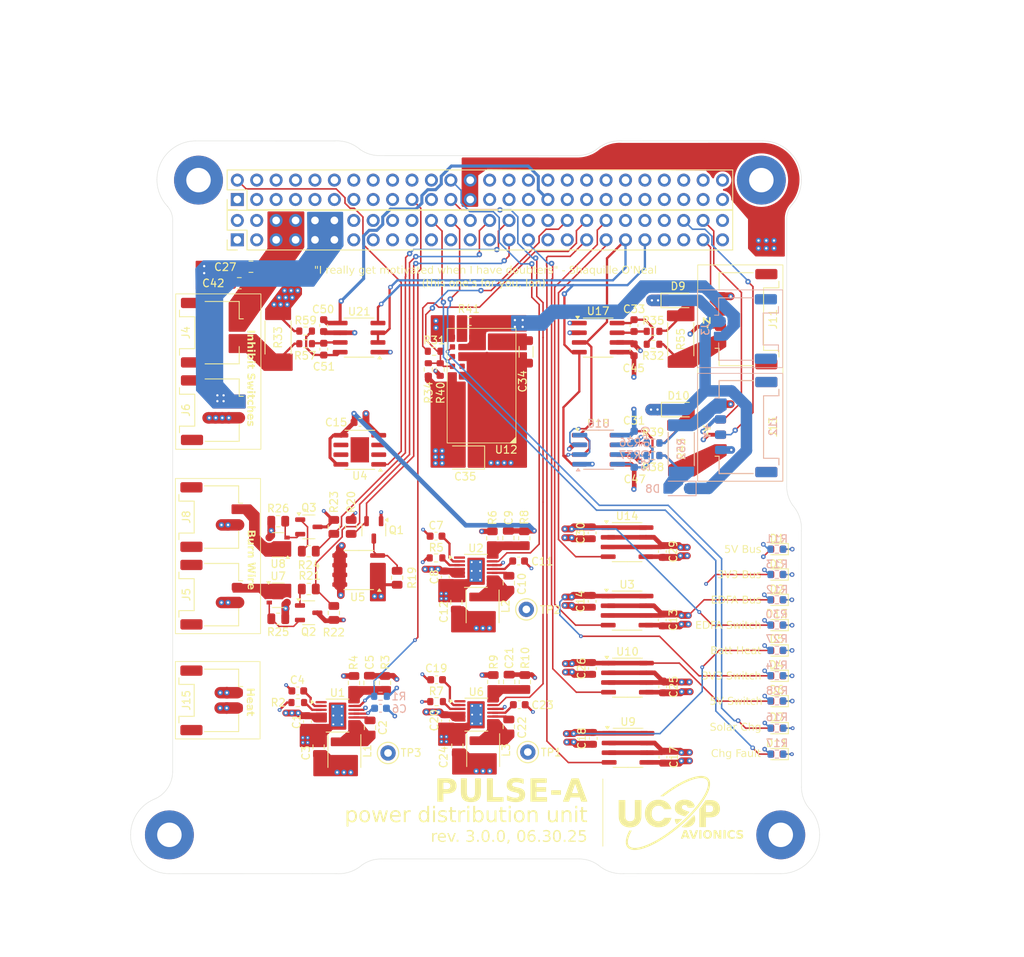
<source format=kicad_pcb>
(kicad_pcb (version 20240108) (generator "pcbnew") (generator_version "8.0")
  (layers (0 "F.Cu" signal) (1 "In1.Cu" signal) (2 "In2.Cu" signal) (31 "B.Cu" signal) (34 "B.Paste" user) (35 "F.Paste" user) (36 "B.SilkS" user "B.Silkscreen") (37 "F.SilkS" user "F.Silkscreen") (38 "B.Mask" user) (39 "F.Mask" user) (44 "Edge.Cuts" user))
  (net 0 "")
  (net 1 "VBATT")
  (net 2 "GND")
  (net 3 "/SW_1")
  (net 4 "Net-(U1-BST)")
  (net 5 "EDFA_5V")
  (net 6 "/FB_1")
  (net 7 "Net-(U1-TR{slash}SS)")
  (net 8 "Net-(U1-INTVcc)")
  (net 9 "Net-(U1-RT)")
  (net 11 "3V3")
  (net 12 "Net-(U2-TR{slash}SS)")
  (net 13 "/SW_2")
  (net 14 "Net-(U2-BST)")
  (net 15 "/FB_2")
  (net 16 "/VBATT_IN")
  (net 18 "Net-(U2-INTVcc)")
  (net 19 "Net-(U2-RT)")
  (net 20 "/SW_3")
  (net 22 "Net-(U6-RT)")
  (net 23 "Net-(U6-INTVcc)")
  (net 24 "Net-(U6-BST)")
  (net 26 "Net-(U6-TR{slash}SS)")
  (net 27 "/FB_3")
  (net 28 "Net-(D1-K)")
  (net 29 "Net-(D2-K)")
  (net 30 "Net-(D3-K)")
  (net 31 "Net-(D4-K)")
  (net 44 "EDFA_5V_S")
  (net 45 "5V")
  (net 46 "KAPTON_PWR")
  (net 47 "Net-(D13-K)")
  (net 50 "5V_S")
  (net 59 "3V3_S")
  (net 63 "/CHRG")
  (net 64 "SOLAR_PRE_INH")
  (net 75 "BURN_FET")
  (net 81 "/PDU_TEMP")
  (net 82 "/BATT_CS")
  (net 85 "/SOLAR_PRE_MPPT")
  (net 86 "GND_REF")
  (net 91 "/b1")
  (net 92 "Net-(Q1-C)")
  (net 93 "SCL")
  (net 94 "Net-(Q2-D)")
  (net 95 "Net-(Q2-G)")
  (net 96 "Net-(Q3-D)")
  (net 97 "Net-(Q3-G)")
  (net 98 "Net-(U5-D1)")
  (net 99 "ENAB_BURN_2")
  (net 100 "Net-(D5-K)")
  (net 102 "Net-(D6-K)")
  (net 103 "/SOLAR_TMP_-Z")
  (net 104 "/SOLAR_IN_-Z")
  (net 105 "/SOLAR_TMP_+Y")
  (net 106 "/SOLAR_IN_+Y")
  (net 107 "ENAB_BURN_1")
  (net 108 "SDA")
  (net 110 "/CS_SOL3_VIN+")
  (net 111 "/CS_SOL3_VIN-")
  (net 112 "/SOLAR_TMP_-Y")
  (net 113 "/SOLAR_IN_-Y")
  (net 114 "/sol_2_diode")
  (net 115 "/sol_1_diode")
  (net 116 "/sol_3_diode")
  (net 117 "EDFA_5V_STAT")
  (net 119 "/CS_SOL2_VIN+")
  (net 120 "/CS_SOL2_VIN-")
  (net 121 "/CS_SOL1_VIN+")
  (net 122 "/CS_SOL1_VIN-")
  (net 123 "Net-(U21-IN+)")
  (net 124 "Net-(U21-IN-)")
  (net 125 "3V3_STAT")
  (net 131 "/b2")
  (net 132 "/FAULT")
  (net 133 "EDFA_5V_EN")
  (net 134 "5V_STAT")
  (net 135 "KAPTON_EN")
  (net 136 "5V_S_EN")
  (net 137 "3V3_S_EN")
  (net 138 "/CHARGE_VIN")
  (net 139 "/ADJ")
  (net 141 "/VIN_REG")
  (net 142 "/BATT_THERM_R")
  (net 143 "Net-(D7-K)")
  (net 144 "Net-(D11-K)")
  (footprint "Capacitor_SMD:C_0805_2012Metric" (layer "F.Cu") (at 216.547038 120.778749 90)
    (property "Reference" "C21")
    (property "Value" "10pF")
  )
  (footprint "LED_SMD:LED_0603_1608Metric" (layer "F.Cu") (at 251.587 103.403334 180)
    (property "Reference" "D1")
    (property "Value" "150060VS75000")
  )
  (footprint "Capacitor_SMD:C_0603_1608Metric" (layer "F.Cu") (at 197.025 86.8 180)
    (property "Reference" "C15")
    (property "Value" "0.1uF")
  )
  (footprint "Capacitor_SMD:C_0805_2012Metric" (layer "F.Cu") (at 216.443285 101.956618 90)
    (property "Reference" "C9")
    (property "Value" "4.7pF")
  )
  (footprint "Package_SO:MSOP-16-1EP_3x4.039mm_P0.5mm_EP1.651x2.845mm_ThermalVias" (layer "F.Cu") (at 212.2495 125.069326)
    (property "Reference" "U6")
    (property "Value" "LT8610")
  )
  (footprint "Resistor_SMD:R_0603_1608Metric" (layer "F.Cu") (at 206.9749 104.5494 180)
    (property "Reference" "R5")
    (property "Value" "110k")
  )
  (footprint "Resistor_SMD:R_0603_1608Metric" (layer "F.Cu") (at 207.047438 123.3654 180)
    (property "Reference" "R7")
    (property "Value" "18.2k")
  )
  (footprint "Capacitor_SMD:C_0603_1608Metric" (layer "F.Cu") (at 227.402567 101.263908 -90)
    (property "Reference" "C30")
    (property "Value" "1uF")
  )
  (footprint "Capacitor_SMD:C_0603_1608Metric" (layer "F.Cu") (at 207.047438 120.5)
    (property "Reference" "C19")
    (property "Value" "10nF")
  )
  (footprint "MountingHole:MountingHole_3.2mm_M3_Pad_TopBottom" (layer "F.Cu") (at 172.08 140.81)
    (property "Reference" "H3" (hide yes))
    (property "Value" "MountingHole" (hide yes))
  )
  (footprint "Resistor_SMD:R_2512_6332Metric" (layer "F.Cu") (at 239.001404 75.9125 -90)
    (property "Reference" "R55")
    (property "Value" "2m")
  )
  (footprint "Package_TO_SOT_SMD:SOT-23-3" (layer "F.Cu") (at 198.831366 100.874131 -90)
    (property "Reference" "Q1")
    (property "Value" "BC848ALT1G")
  )
  (footprint "Capacitor_SMD:C_0603_1608Metric" (layer "F.Cu") (at 208.215838 125.858836 -90)
    (property "Reference" "C20")
    (property "Value" "4.7uF")
  )
  (footprint "Package_SO:TSOP-6_1.65x3.05mm_P0.95mm" (layer "F.Cu") (at 186.311441 109.437555)
    (property "Reference" "U7")
    (property "Value" "~")
  )
  (footprint "Resistor_SMD:R_0805_2012Metric" (layer "F.Cu") (at 193.598579 100.483644 90)
    (property "Reference" "R23")
    (property "Value" "10k")
  )
  (footprint "Resistor_SMD:R_2512_6332Metric" (layer "F.Cu") (at 239.057 90.257336 -90)
    (property "Reference" "R43")
    (property "Value" "2m")
  )
  (footprint "Resistor_SMD:R_0603_1608Metric" (layer "F.Cu") (at 235.374 91.146336)
    (property "Reference" "R38")
    (property "Value" "10")
  )
  (footprint "Capacitor_SMD:C_0603_1608Metric" (layer "F.Cu") (at 227.5529 128.177669 -90)
    (property "Reference" "C18")
    (property "Value" "1uF")
  )
  (footprint "Capacitor_SMD:C_0603_1608Metric" (layer "F.Cu") (at 232.905969 88.733336 90)
    (property "Reference" "C31")
    (property "Value" "1uF")
  )
  (footprint "Capacitor_SMD:C_0805_2012Metric" (layer "F.Cu") (at 181.229 68.58)
    (property "Reference" "C42")
    (property "Value" "22uF")
  )
  (footprint "Capacitor_SMD:C_0603_1608Metric" (layer "F.Cu") (at 188.881954 121.962074)
    (property "Reference" "C4")
    (property "Value" "10nF")
  )
  (footprint "Capacitor_SMD:C_0603_1608Metric" (layer "F.Cu") (at 227.405051 110.232193 -90)
    (property "Reference" "C14")
    (property "Value" "1uF")
  )
  (footprint "LED_SMD:LED_0603_1608Metric" (layer "F.Cu") (at 251.5875 126.838334 180)
    (property "Reference" "D7")
    (property "Value" "150060VS75000")
  )
  (footprint "Resistor_SMD:R_0603_1608Metric" (layer "F.Cu") (at 211.351012 73.589583 180)
    (property "Reference" "R41")
    (property "Value" "0")
  )
  (footprint "LED_SMD:LED_0603_1608Metric" (layer "F.Cu") (at 251.587 116.667778 180)
    (property "Reference" "D5")
    (property "Value" "150060AS75000")
  )
  (footprint "Capacitor_SMD:C_0603_1608Metric" (layer "F.Cu") (at 217.867838 123.7718)
    (property "Reference" "C23")
    (property "Value" "1uF")
  )
  (footprint "Resistor_SMD:R_0603_1608Metric" (layer "F.Cu") (at 235.374 74.883135)
    (property "Reference" "R35")
    (property "Value" "10")
  )
  (footprint "PDU:LGA-77" (layer "F.Cu") (at 212.93 82 180)
    (property "Reference" "U12")
    (property "Value" "LTM8062AIV-PBF")
  )
  (footprint "Capacitor_SMD:C_0603_1608Metric" (layer "F.Cu") (at 217.7829 104.952474)
    (property "Reference" "C11")
    (property "Value" "1uF")
  )
  (footprint "Capacitor_Tantalum_SMD:CP_EIA-3528-12_Kemet-T" (layer "F.Cu") (at 210.876905 91.4 180)
    (property "Reference" "C35")
    (property "Value" "4.7uF")
  )
  (footprint "Capacitor_SMD:C_0603_1608Metric" (layer "F.Cu") (at 192.281294 77.212372 90)
    (property "Reference" "C51")
    (property "Value" "1uF")
  )
  (footprint "Capacitor_SMD:C_0805_2012Metric" (layer "F.Cu") (at 209.766595 129.168003 -90)
    (property "Reference" "C24")
    (property "Value" "47uF")
  )
  (footprint "Capacitor_SMD:C_0805_2012Metric" (layer "F.Cu") (at 198.265904 120.919423 90)
    (property "Reference" "C5")
    (property "Value" "10pF")
  )
  (footprint "Capacitor_SMD:C_0603_1608Metric" (layer "F.Cu") (at 192.270176 74.124922 90)
    (property "Reference" "C50")
    (property "Value" "0.1UF")
  )
  (footprint "Diode_SMD:Nexperia_CFP3_SOD-123W" (layer "F.Cu") (at 238.676 70.826336)
    (property "Reference" "D9")
    (property "Value" "PMEG10020ELRX")
  )
  (footprint "Diode_SMD:Nexperia_CFP3_SOD-123W" (layer "F.Cu") (at 238.726542 85.131038)
    (property "Reference" "D10")
    (property "Value" "PMEG10020ELRX")
  )
  (footprint "LOGO" (layer "F.Cu") (at 237.305271 137.978622)
    (property "Reference" "G***" (hide yes))
    (property "Value" "LOGO" (hide yes))
  )
  (footprint "Resistor_SMD:R_0603_1608Metric" (layer "F.Cu") (at 188.881954 123.486074 180)
    (property "Reference" "R2")
    (property "Value" "18.2k")
  )
  (footprint "Resistor_SMD:R_0805_2012Metric" (layer "F.Cu") (at 190.322568 103.668757)
    (property "Reference" "R24")
    (property "Value" "4.7k")
  )
  (footprint "Resistor_SMD:R_0603_1608Metric" (layer "F.Cu") (at 235.374 89.495336)
    (property "Reference" "R39")
    (property "Value" "10")
  )
  (footprint "TestPoint:TestPoint_Keystone_5000-5004_Miniature" (layer "F.Cu") (at 218.985438 129.9694)
    (property "Reference" "TP1")
    (property "Value" "~")
  )
  (footprint "Package_SO:MSOP-16-1EP_3x4.039mm_P0.5mm_EP1.651x2.845mm_ThermalVias" (layer "F.Cu") (at 212.1909 106.25)
    (property "Reference" "U2")
    (property "Value" "LT8610")
  )
  (footprint "Capacitor_SMD:C_0603_1608Metric" (layer "F.Cu") (at 236.637136 121.440019 -90)
    (property "Reference" "C25")
    (property "Value" "0.1uF")
  )
  (footprint "Package_SO:SOIC-8_3.9x4.9mm_P1.27mm" (layer "F.Cu") (at 228.2 75.7)
    (property "Reference" "U17")
    (property "Value" "INA219AxD")
  )
  (footprint "Resistor_SMD:R_0805_2012Metric" (layer "F.Cu") (at 214.464238 120.798749 -90)
    (property "Reference" "R9")
    (property "Value" "243k")
  )
  (footprint "Package_TO_SOT_SMD:SOT-23-3" (layer "F.Cu") (at 190.304311 111.729157)
    (property "Reference" "Q2")
    (property "Value" "IRLML2803PBFCT")
  )
  (footprint "Connector_Molex:Molex_Pico-Lock_205338-0002_1x02-1MP_P2.00mm_Horizontal" (layer "F.Cu") (at 177.6 109.36 -90)
    (property "Reference" "J5")
    (property "Value" "Conn_01x02")
  )
  (footprint "LED_SMD:LED_0603_1608Metric" (layer "F.Cu") (at 251.587 119.983889 180)
    (property "Reference" "D4")
    (property "Value" "150060AS75000")
  )
  (footprint "Resistor_SMD:R_0805_2012Metric" (layer "F.Cu") (at 214.3409 101.979423 -90)
    (property "Reference" "R6")
    (property "Value" "412k")
  )
  (footprint "Package_SO:SOIC-8-1EP_3.9x4.9mm_P1.27mm_EP2.41x3.3mm" (layer "F.Cu") (at 197 90.395 180)
    (property "Reference" "U4")
    (property "Value" "~")
  )
  (footprint "MountingHole:MountingHole_3.2mm_M3_Pad_TopBottom" (layer "F.Cu") (at 252.09 140.81)
    (property "Reference" "H4" (hide yes))
    (property "Value" "MountingHole")
  )
  (footprint "Resistor_SMD:R_0603_1608Metric" (layer "F.Cu") (at 189.906014 76.498822)
    (property "Reference" "R57")
    (property "Value" "10")
  )
  (footprint "Capacitor_SMD:C_0805_2012Metric" (layer "F.Cu") (at 209.6419 110.348677 -90)
    (property "Reference" "C12")
    (property "Value" "68uF")
  )
  (footprint "LED_SMD:LED_0603_1608Metric" (layer "F.Cu") (at 251.587 106.719445 180)
    (property "Reference" "D3")
    (property "Value" "150060VS75000")
  )
  (footprint "Resistor_SMD:R_0805_2012Metric" (layer "F.Cu") (at 218.598528 120.798749 90)
    (property "Reference" "R10")
    (property "Value" "1M")
  )
  (footprint "Package_SO:SOIC-8_3.9x4.9mm_P1.27mm" (layer "F.Cu") (at 232.027538 120.22671)
    (property "Reference" "U10")
    (property "Value" "~")
  )
  (footprint "Resistor_SMD:R_0805_2012Metric" (layer "F.Cu") (at 193.598579 111.753603 -90)
    (property "Reference" "R22")
    (property "Value" "10k")
  )
  (footprint "Capacitor_SMD:C_0805_2012Metric" (layer "F.Cu") (at 216.496238 126.654634 -90)
    (property "Reference" "C22")
    (property "Value" "0.1uF")
  )
  (footprint "Connector_Molex:Molex_Pico-Lock_205338-0002_1x02-1MP_P2.00mm_Horizontal" (layer "F.Cu") (at 177.673 75.057 -90)
    (property "Reference" "J4")
    (property "Value" "Conn_01x02")
  )
  (footprint "Package_SO:SOIC-8_3.9x4.9mm_P1.27mm" (layer "F.Cu") (at 228.2 90.384336)
    (property "Reference" "U18")
    (property "Value" "INA219AxD")
  )
  (footprint "Package_SO:SOIC-8_3.9x4.9mm_P1.27mm" (layer "F.Cu") (at 232.102538 129.415)
    (property "Reference" "U9")
    (property "Value" "~")
  )
  (footprint "Inductor_SMD:L_Coilcraft_XxL4040" (layer "F.Cu") (at 213.143438 129.7154 -90)
    (property "Reference" "L3")
    (property "Value" "4.7uH")
  )
  (footprint "Capacitor_SMD:C_0603_1608Metric" (layer "F.Cu") (at 206.9749 101.7)
    (property "Reference" "C7")
    (property "Value" "10nF")
  )
  (footprint "Capacitor_SMD:C_0603_1608Metric" (layer "F.Cu") (at 232.905969 91.908336 -90)
    (property "Reference" "C47")
    (property "Value" "0.1UF")
  )
  (footprint "Inductor_SMD:L_Coilcraft_XxL4040" (layer "F.Cu") (at 213.0709 110.896074 -90)
    (property "Reference" "L2")
    (property "Value" "8.2uH")
  )
  (footprint "Connector_Molex:Molex_Pico-Lock_205338-0004_1x04-1MP_P2.00mm_Horizontal" (layer "F.Cu") (at 247.572101 87.416875 90)
    (property "Reference" "J13")
    (property "Value" "Conn_01x04")
  )
  (footprint "Resistor_SMD:R_2512_6332Metric" (layer "F.Cu") (at 186.302648 75.684185 90)
    (property "Reference" "R33")
    (property "Value" "2m")
  )
  (footprint "MountingHole:MountingHole_3.2mm_M3_Pad_TopBottom" (layer "F.Cu") (at 175.89 55.08)
    (property "Reference" "H1" (hide yes))
    (property "Value" "MountingHole")
  )
  (footprint "MountingHole:MountingHole_3.2mm_M3_Pad_TopBottom" (layer "F.Cu") (at 249.55 55.08)
    (property "Reference" "H2" (hide yes))
    (property "Value" "MountingHole")
  )
  (footprint "Connector_Molex:Molex_Pico-Lock_205338-0002_1x02-1MP_P2.00mm_Horizontal" (layer "F.Cu") (at 177.6 123.2 -90)
    (property "Reference" "J15")
    (property "Value" "Conn_01x02")
  )
  (footprint "Connector_Molex:Molex_Pico-Lock_205338-0002_1x02-1MP_P2.00mm_Horizontal" (layer "F.Cu") (at 177.6 99.2 -90)
    (property "Reference" "J8")
    (property "Value" "Conn_01x02")
  )
  (footprint "Capacitor_SMD:C_0805_2012Metric" (layer "F.Cu") (at 198.331134 126.775308 -90)
    (property "Reference" "C2")
    (property "Value" "0.1uF")
  )
  (footprint "TestPoint:TestPoint_Keystone_5000-5004_Miniature" (layer "F.Cu") (at 218.793748 111.285242)
    (property "Reference" "TP2")
    (property "Value" "~")
  )
  (footprint "Capacitor_SMD:C_0603_1608Metric" (layer "F.Cu") (at 236.576009 112.674589 -90)
    (property "Reference" "C13")
    (property "Value" "0.1uF")
  )
  (footprint "Package_TO_SOT_SMD:SOT-23-3" (layer "F.Cu") (at 190.334127 100.485837)
    (property "Reference" "Q3")
    (property "Value" "IRLML2803PBFCT")
  )
  (footprint "LED_SMD:LED_0603_1608Metric" (layer "F.Cu") (at 251.587 110.035556 180)
    (property "Reference" "D2")
    (property "Value" "150060VS75000")
  )
  (footprint "Resistor_SMD:R_0805_2012Metric" (layer "F.Cu") (at 218.521942 101.976509 90)
    (property "Reference" "R8")
    (property "Value" "1M")
  )
  (footprint "Resistor_SMD:R_0603_1608Metric" (layer "F.Cu") (at 205.96348 79.881015 -90)
    (property "Reference" "R34")
    (property "Value" "549k")
  )
  (footprint "Capacitor_SMD:C_0603_1608Metric" (layer "F.Cu") (at 236.591356 103.708249 -90)
    (property "Reference" "C29")
    (property "Value" "0.1uF")
  )
  (footprint "Capacitor_SMD:C_0603_1608Metric" (layer "F.Cu") (at 208.187024 107.035281 90)
    (property "Reference" "C8")
    (property "Value" "4.7uF")
  )
  (footprint "Capacitor_SMD:C_1206_3216Metric" (layer "F.Cu") (at 218.76 77.57 90)
    (property "Reference" "C34")
    (property "Value" "4.7uF")
  )
  (footprint "Resistor_SMD:R_0805_2012Metric" (layer "F.Cu") (at 200.298544 120.919423 90)
    (property "Reference" "R3")
    (property "Value" "1M")
  )
  (footprint "Package_SO:SOIC-8_3.9x4.9mm_P1.27mm" (layer "F.Cu") (at 231.978855 111.446117)
    (property "Reference" "U3")
    (property "Value" "~")
  )
  (footprint "Package_SO:MSOP-16-1EP_3x4.039mm_P0.5mm_EP1.651x2.845mm_ThermalVias" (layer "F.Cu") (at 194.085 125.19)
    (property "Reference" "U1")
    (property "Value" "LT8610")
  )
  (footprint "Package_SO:SOIC-8_3.9x4.9mm_P1.27mm" (layer "F.Cu") (at 196.9 75.7 180)
    (property "Reference" "U21")
    (property "Value" "INA219AxD")
  )
  (footprint "Package_SO:SOIC-8_3.9x4.9mm_P1.27mm" (layer "F.Cu") (at 231.978855 102.483516)
    (property "Reference" "U14")
    (property "Value" "~")
  )
  (footprint "Connector_PinHeader_2.54mm:PinHeader_2x26_P2.54mm_Vertical" (layer "F.Cu") (at 180.97 57.62 90)
    (property "Reference" "J2" (hide yes))
    (property "Value" "Conn_02x26_Odd_Even")
  )
  (footprint "Connector_Molex:Molex_Pico-Lock_205338-0002_1x02-1MP_P2.00mm_Horizontal" (layer "F.Cu") (at 177.673 85.201 -90)
    (property "Reference" "J6")
    (property "Value" "Conn_01x02")
  )
  (footprint "Connector_PinHeader_2.54mm:PinHeader_2x26_P2.54mm_Vertical" (layer "F.Cu") (at 180.97 62.9 90)
    (property "Reference" "J1" (hide yes))
    (property "Value" "Conn_02x26_Odd_Even")
  )
  (footprint "Resistor_SMD:R_0805_2012Metric" (layer "F.Cu") (at 201.883351 107.148136 90)
    (property "Reference" "R19")
    (property "Value" "10k")
  )
  (footprint "Capacitor_SMD:C_0805_2012Metric" (layer "F.Cu") (at 191.604465 129.288677 -90)
    (property "Reference" "C3")
    (property "Value" "68uF")
  )
  (footprint "Package_SO:TSOP-6_1.65x3.05mm_P0.95mm" (layer "F.Cu") (at 186.311441 102.833555 180)
    (property "Reference" "U8")
    (property "Value" "~")
  )
  (footprint "Capacitor_SMD:C_0603_1608Metric" (layer "F.Cu") (at 232.884986 74.128336 90)
    (property "Reference" "C33")
    (property "Value" "1uF")
  )
  (footprint "TestPoint:TestPoint_Keystone_5000-5004_Miniature" (layer "F.Cu") (at 200.692954 130.090074)
    (property "Reference" "TP3")
    (property "Value" "~")
  )
  (footprint "Resistor_SMD:R_0603_1608Metric" (layer "F.Cu") (at 189.906014 74.847822)
    (property "Reference" "R59")
    (property "Value" "10")
  )
  (footprint "Connector_Molex:Molex_Pico-Lock_205338-0004_1x04-1MP_P2.00mm_Horizontal" (layer "F.Cu") (at 247.565798 73.285447 90)
    (property "Reference" "J11")
    (property "Value" "Conn_01x04")
  )
  (footprint "Package_SO:SOIC-8_3.9x4.9mm_P1.27mm" (layer "F.Cu") (at 196.852441 106.135555 180)
    (property "Reference" "U5")
    (property "Value" "~")
  )
  (footprint "Capacitor_SMD:C_0603_1608Metric" (layer "F.Cu") (at 190.153553 125.97951 90)
    (property "Reference" "C1")
    (property "Value" "4.7uF")
  )
  (footprint "Resistor_SMD:R_0805_2012Metric" (layer "F.Cu") (at 195.864884 100.490377 90)
    (property "Reference" "R20")
    (property "Value" "10k")
  )
  (footprint "LED_SMD:LED_0603_1608Metric" (layer "F.Cu") (at 251.587 123.3 180)
    (property "Reference" "D6")
    (property "Value" "150060AS75000")
  )
  (footprint "Inductor_SMD:L_Coilcraft_XxL4040" (layer "F.Cu") (at 194.977954 129.836074 -90)
    (property "Reference" "L1")
    (property "Value" "10uH")
  )
  (footprint "Resistor_SMD:R_0805_2012Metric" (layer "F.Cu") (at 196.233264 120.919423 -90)
    (property "Reference" "R4")
    (property "Value" "243k")
  )
  (footprint "Capacitor_SMD:C_0805_2012Metric" (layer "F.Cu") (at 216.4999 107.835308 -90)
    (property "Reference" "C10")
    (property "Value" "0.1uF")
  )
  (footprint "Capacitor_SMD:C_0805_2012Metric" (layer "F.Cu") (at 182.753 66.421)
    (property "Reference" "C27")
    (property "Value" "0.1uF")
  )
  (footprint "Resistor_SMD:R_0603_1608Metric" (layer "F.Cu") (at 207.524118 79.882682 90)
    (property "Reference" "R40")
    (property "Value" "459k")
  )
  (footprint "Resistor_SMD:R_0603_1608Metric" (layer "F.Cu") (at 206.724009 77.488361)
    (property "Reference" "R31")
    (property "Value" "549k")
  )
  (footprint "LED_SMD:LED_0603_1608Metric" (layer "F.Cu") (at 251.5875 130.238334 180)
    (property "Reference" "D11")
    (property "Value" "150060VS75000")
  )
  (footprint "Resistor_SMD:R_0603_1608Metric" (layer "F.Cu") (at 235.374 76.569681)
    (property "Reference" "R32")
    (property "Value" "10")
  )
  (footprint "Resistor_SMD:R_0805_2012Metric" (layer "F.Cu") (at 186.330145 112.514202)
    (property "Reference" "R25")
    (property "Value" "100k")
  )
  (footprint "Resistor_SMD:R_0805_2012Metric" (layer "F.Cu") (at 190.322568 108.621757)
    (property "Reference" "R21")
    (property "Value" "4.7k")
  )
  (footprint "Capacitor_SMD:C_0603_1608Metric" (layer "F.Cu") (at 227.440013 119.018809 -90)
    (property "Reference" "C26")
    (property "Value" "1uF")
  )
  (footprint "Resistor_SMD:R_0805_2012Metric" (layer "F.Cu") (at 186.323 99.741 180)
    (property "Reference" "R26")
    (property "Value" "100k")
  )
  (footprint "Capacitor_SMD:C_0603_1608Metric" (layer "F.Cu") (at 236.671343 130.644133 -90)
    (property "Reference" "C17")
    (property "Value" "0.1uF")
  )
  (footprint "Capacitor_SMD:C_0603_1608Metric" (layer "F.Cu") (at 232.884986 77.303336 -90)
    (property "Reference" "C45")
    (property "Value" "0.1UF")
  )
  (footprint "LED_SMD:LED_0603_1608Metric" (layer "F.Cu") (at 251.587 113.351667 180)
    (property "Reference" "D13")
    (property "Value" "150060AS75000")
  )
  (footprint "Resistor_SMD:R_0603_1608Metric" (layer "B.Cu") (at 235.373999 91.147363)
    (property "Reference" "R37")
    (property "Value" "10")
  )
  (footprint "Resistor_SMD:R_0603_1608Metric" (layer "B.Cu") (at 251.569889 123.27333)
    (property "Reference" "R28")
    (property "Value" "150")
  )
  (footprint "Resistor_SMD:R_0603_1608Metric" (layer "B.Cu") (at 251.5875 126.838334)
    (property "Reference" "R16")
    (property "Value" "150")
  )
  (footprint "Connector_Molex:Molex_Pico-Lock_205338-0002_1x02-1MP_P2.00mm_Horizontal" (layer "B.Cu") (at 247.506968 74.575906 -90)
    (property "Reference" "J3")
    (property "Value" "Conn_01x02")
  )
  (footprint "Diode_SMD:Nexperia_CFP3_SOD-123W" (layer "B.Cu") (at 238.748856 95.448418 180)
    (property "Reference" "D8")
    (property "Value" "PMEG10020ELRX")
  )
  (footprint "Resistor_SMD:R_0603_1608Metric" (layer "B.Cu") (at 251.569889 113.338332)
    (property "Reference" "R30")
    (property "Value" "65")
  )
  (footprint "Resistor_SMD:R_0603_1608Metric" (layer "B.Cu") (at 251.5875 130.238334)
    (property "Reference" "R17")
    (property "Value" "150")
  )
  (footprint "Capacitor_SMD:C_0603_1608Metric" (layer "B.Cu") (at 232.905365 88.733336 90)
    (property "Reference" "C46")
    (property "Value" "0.1UF")
  )
  (footprint "Resistor_SMD:R_0603_1608Metric" (layer "B.Cu") (at 199.70878 122.667866 180)
    (property "Reference" "R1")
    (property "Value" "100k")
  )
  (footprint "Resistor_SMD:R_2512_6332Metric" (layer "B.Cu") (at 239.07192 90.309616 90)
    (property "Reference" "R52")
    (property "Value" "2m")
  )
  (footprint "Resistor_SMD:R_0603_1608Metric" (layer "B.Cu") (at 235.385507 89.506843)
    (property "Reference" "R36")
    (property "Value" "10")
  )
  (footprint "Package_SO:SOIC-8_3.9x4.9mm_P1.27mm" (layer "B.Cu") (at 228.271675 90.372187)
    (property "Reference" "U16")
    (property "Value" "INA219AxD")
  )
  (footprint "Capacitor_SMD:C_0603_1608Metric" (layer "B.Cu") (at 232.905365 91.912868 -90)
    (property "Reference" "C32")
    (property "Value" "1uF")
  )
  (footprint "Connector_Molex:Molex_Pico-Lock_205338-0004_1x04-1MP_P2.00mm_Horizontal" (layer "B.Cu") (at 247.564916 87.412707 -90)
    (property "Reference" "J12")
    (property "Value" "Conn_01x04")
  )
  (footprint "Capacitor_SMD:C_0603_1608Metric" (layer "B.Cu") (at 199.709173 124.235308)
    (property "Reference" "C6")
    (property "Value" "1uF")
  )
  (footprint "Resistor_SMD:R_0603_1608Metric" (layer "B.Cu") (at 251.569889 106.715)
    (property "Reference" "R13")
    (property "Value" "65")
  )
  (footprint "Resistor_SMD:R_0603_1608Metric" (layer "B.Cu") (at 251.569889 103.403334)
    (property "Reference" "R11")
    (property "Value" "150")
  )
  (footprint "Resistor_SMD:R_0603_1608Metric" (layer "B.Cu") (at 251.569889 116.649998)
    (property "Reference" "R27")
    (property "Value" "150")
  )
  (footprint "Resistor_SMD:R_0603_1608Metric" (layer "B.Cu") (at 251.569889 110.026666)
    (property "Reference" "R12")
    (property "Value" "150")
  )
  (footprint "Resistor_SMD:R_0603_1608Metric" (layer "B.Cu") (at 251.569889 119.961664)
    (property "Reference" "R14")
    (property "Value" "150")
  )
  (gr_rect (start 241.186819 69.456644) (end 252.33518 79.629) (stroke (width 0.1)) (fill none) (layer "B.SilkS"))
  (gr_rect (start 241.200639 80.391) (end 252.349 94.500356) (stroke (width 0.1)) (fill none) (layer "B.SilkS"))
  (gr_rect (start 241.221475 66.180893) (end 252.369836 94.514249) (stroke (width 0.1)) (fill none) (layer "F.SilkS"))
  (gr_line (start 228.80149 133.482403) (end 228.80149 142.292713) (stroke (width 0.1)) (layer "F.SilkS"))
  (gr_rect (start 172.862253 94.150177) (end 184.010614 114.461173) (stroke (width 0.1)) (fill none) (layer "F.SilkS"))
  (gr_rect (start 172.862253 118.112049) (end 183.948852 128.249935) (stroke (width 0.1)) (fill none) (layer "F.SilkS"))
  (gr_rect (start 172.903453 69.979232) (end 184.051814 90.329929) (stroke (width 0.1)) (fill none) (layer "F.SilkS"))
  (gr_line (start 166.999371 140.81) (end 167.003936 140.81) (stroke (width 0.05)) (layer "Edge.Cuts"))
  (gr_arc (start 171.820483 58.501919) (mid 172.311115 59.301518) (end 172.505614 60.429691) (stroke (width 0.05)) (layer "Edge.Cuts"))
  (gr_arc (start 249.712801 49.948319) (mid 253.305232 51.436401) (end 254.793314 55.028948) (stroke (width 0.05)) (layer "Edge.Cuts"))
  (gr_arc (start 253.6729 97.687232) (mid 253.07697 96.5) (end 252.871737 95.187547) (stroke (width 0.05)) (layer "Edge.Cuts"))
  (gr_line (start 225.706751 143.964305) (end 199.773128 143.966217) (stroke (width 0.05)) (layer "Edge.Cuts"))
  (gr_arc (start 257.172105 140.80849) (mid 255.684023 144.401037) (end 252.091476 145.889119) (stroke (width 0.05)) (layer "Edge.Cuts"))
  (gr_arc (start 253.6729 97.687232) (mid 254.559222 99.243672) (end 254.790406 101.019799) (stroke (width 0.05)) (layer "Edge.Cuts"))
  (gr_arc (start 227.964376 51.067552) (mid 226.777144 51.663482) (end 225.464691 51.868715) (stroke (width 0.05)) (layer "Edge.Cuts"))
  (gr_line (start 231.296943 49.950046) (end 249.712801 49.948319) (stroke (width 0.05)) (layer "Edge.Cuts"))
  (gr_arc (start 170.449763 55.027477) (mid 171.927117 51.445668) (end 175.5 49.946855) (stroke (width 0.05)) (layer "Edge.Cuts"))
  (gr_line (start 225.464691 51.868715) (end 199.531068 51.866803) (stroke (width 0.05)) (layer "Edge.Cuts"))
  (gr_arc (start 199.531068 51.866803) (mid 198.218615 51.661572) (end 197.031383 51.06564) (stroke (width 0.05)) (layer "Edge.Cuts"))
  (gr_arc (start 171.850719 58.532596) (mid 170.813039 56.914822) (end 170.449854 55.027477) (stroke (width 0.05)) (layer "Edge.Cuts"))
  (gr_arc (start 167.003936 140.81) (mid 167.82957 138.035064) (end 170.037888 136.162828) (stroke (width 0.05)) (layer "Edge.Cuts"))
  (gr_line (start 254.790406 101.019799) (end 254.802295 134.565788) (stroke (width 0.05)) (layer "Edge.Cuts"))
  (gr_arc (start 197.273443 144.76738) (mid 195.717003 145.653702) (end 193.940876 145.884886) (stroke (width 0.05)) (layer "Edge.Cuts"))
  (gr_line (start 172.505614 60.429691) (end 172.502998 132.544844) (stroke (width 0.05)) (layer "Edge.Cuts"))
  (gr_arc (start 255.988124 137.54356) (mid 255.109657 136.168389) (end 254.802295 134.565788) (stroke (width 0.05)) (layer "Edge.Cuts"))
  (gr_line (start 252.091476 145.889119) (end 231.539003 145.882974) (stroke (width 0.05)) (layer "Edge.Cuts"))
  (gr_arc (start 225.706751 143.964305) (mid 227.019204 144.169536) (end 228.206436 144.765468) (stroke (width 0.05)) (layer "Edge.Cuts"))
  (gr_line (start 252.869825 60.106694) (end 252.871737 95.187547) (stroke (width 0.05)) (layer "Edge.Cuts"))
  (gr_line (start 193.940876 145.884886) (end 172.080096 145.890629) (stroke (width 0.05)) (layer "Edge.Cuts"))
  (gr_arc (start 197.273443 144.76738) (mid 198.460675 144.171448) (end 199.773128 143.966217) (stroke (width 0.05)) (layer "Edge.Cuts"))
  (gr_arc (start 254.789986 55.028948) (mid 254.495181 56.734705) (end 253.644968 58.242569) (stroke (width 0.05)) (layer "Edge.Cuts"))
  (gr_arc (start 231.539003 145.882974) (mid 229.762876 145.65179) (end 228.206436 144.765468) (stroke (width 0.05)) (layer "Edge.Cuts"))
  (gr_line (start 175.5 49.946855) (end 193.698816 49.948134) (stroke (width 0.05)) (layer "Edge.Cuts"))
  (gr_line (start 171.820483 58.501919) (end 171.850719 58.532596) (stroke (width 0.05)) (layer "Edge.Cuts"))
  (gr_arc (start 255.988124 137.54356) (mid 256.868346 139.071678) (end 257.173995 140.80849) (stroke (width 0.05)) (layer "Edge.Cuts"))
  (gr_arc (start 172.502998 132.544844) (mid 171.835024 134.711368) (end 170.037888 136.162828) (stroke (width 0.05)) (layer "Edge.Cuts"))
  (gr_arc (start 252.869825 60.106694) (mid 253.071299 59.097249) (end 253.644973 58.242575) (stroke (width 0.05)) (layer "Edge.Cuts"))
  (gr_arc (start 227.964376 51.067552) (mid 229.520816 50.181229) (end 231.296943 49.950046) (stroke (width 0.05)) (layer "Edge.Cuts"))
  (gr_arc (start 193.698816 49.948134) (mid 195.474943 50.179318) (end 197.031383 51.06564) (stroke (width 0.05)) (layer "Edge.Cuts"))
  (gr_arc (start 172.080096 145.890629) (mid 168.487453 144.402547) (end 166.999371 140.81) (stroke (width 0.05)) (layer "Edge.Cuts"))
  (gr_text "+Y" (at 243.078147 86.858682 90) (layer "B.SilkS") (effects (font (size 1 1) (thickness 0.1)) (justify left bottom mirror)))
  (gr_text "(this one's for you, Ian)" (at 205.1 69.2 0) (layer "F.SilkS") (effects (font (size 1 1) (thickness 0.1875)) (justify left bottom)))
  (gr_text "rev. 3.0.0, 06.30.25" (at 226.805271 141.978622 0) (layer "F.SilkS") (effects (font (size 1.5 1.5) (thickness 0.1)) (justify right bottom)))
  (gr_text "Chg Fault" (at 249.5155 130.783334 0) (layer "F.SilkS") (effects (font (size 1 1) (thickness 0.1)) (justify right bottom)))
  (gr_text "Solar Chg" (at 242.794225 127.340809 0) (layer "F.SilkS") (effects (font (size 1 1) (thickness 0.1)) (justify left bottom)))
  (gr_text "-Y" (at 243.078 88.519 90) (layer "F.SilkS") (effects (font (size 1 1) (thickness 0.1)) (justify left bottom)))
  (gr_text "3V3 Bus" (at 249.555 107.372327 0) (layer "F.SilkS") (effects (font (size 1 1) (thickness 0.1)) (justify right bottom)))
  (gr_text "PULSE-A" (at 226.805271 136.978622 0) (layer "F.SilkS") (effects (font (size 3 3) (thickness 0.1)) (justify right bottom)))
  (gr_text "Inhibit Switches" (at 182.118 74.676 270) (layer "F.SilkS") (effects (font (size 1 1) (thickness 0.1)) (justify left bottom)))
  (gr_text "power distribution unit" (at 226.805271 139.478622 0) (layer "F.SilkS") (effects (font (size 2 2) (thickness 0.1)) (justify right bottom)))
  (gr_text "EDFA Bus" (at 249.555 110.686202 0) (layer "F.SilkS") (effects (font (size 1 1) (thickness 0.1)) (justify right bottom)))
  (gr_text "Burn Wire" (at 182.172 100.851 270) (layer "F.SilkS") (effects (font (size 1 1) (thickness 0.1)) (justify left bottom)))
  (gr_text "Heat" (at 182.045 121.549 -90) (layer "F.SilkS") (effects (font (size 1 1) (thickness 0.1)) (justify left bottom)))
  (gr_text "5V Bus" (at 249.555 104.058452 0) (layer "F.SilkS") (effects (font (size 1 1) (thickness 0.1)) (justify right bottom)))
  (gr_text "5V Switch" (at 242.789474 123.941702 0) (layer "F.SilkS") (effects (font (size 1 1) (thickness 0.1)) (justify left bottom)))
  (gr_text "EDFA Switch" (at 249.555 114.000077 0) (layer "F.SilkS") (effects (font (size 1 1) (thickness 0.1)) (justify right bottom)))
  (gr_text "{dblquote}I really get motivated when I have doubters{dblquote} - Shaquille O'Neal" (at 191 67.5 0) (layer "F.SilkS") (effects (font (size 1 1) (thickness 0.1875)) (justify left bottom)))
  (gr_text "Batt Heat" (at 249.555 117.313952 0) (layer "F.SilkS") (effects (font (size 1 1) (thickness 0.1)) (justify right bottom)))
  (gr_text "-Z" (at 243.078 74.549 90) (layer "F.SilkS") (effects (font (size 1 1) (thickness 0.1)) (justify left bottom)))
  (gr_text "3V3 Switch" (at 249.555 120.627827 0) (layer "F.SilkS") (effects (font (size 1 1) (thickness 0.1)) (justify right bottom)))
  (gr_text "AVIONICS" (at 239 141.5 0) (layer "F.SilkS") (effects (font (size 1.1 1.1) (thickness 0.25) (bold yes) (italic yes)) (justify left bottom)))
  (segment (start 199.347522 108.060636) (end 199.327441 108.040555) (width 0.4) (layer "F.Cu") (net 1))
  (segment (start 205.5368 106.0196) (end 205.8924 106.0196) (width 0.9) (layer "F.Cu") (net 1))
  (segment (start 208.215838 125.083836) (end 207.837036 125.083836) (width 0.9) (layer "F.Cu") (net 1))
  (segment (start 188.119954 124.857674) (end 187.307154 124.857674) (width 0.9) (layer "F.Cu") (net 1))
  (segment (start 207.518 124.7648) (end 207.4672 124.714) (width 0.9) (layer "F.Cu") (net 1))
  (segment (start 207.4672 124.714) (end 207.3148 124.714) (width 0.9) (layer "F.Cu") (net 1))
  (segment (start 206.4004 106.0196) (end 205.5368 106.0196) (width 0.9) (layer "F.Cu") (net 1))
  (segment (start 201.883351 108.060636) (end 199.347522 108.060636) (width 0.4) (layer "F.Cu") (net 1))
  (segment (start 205.96348 81.19868) (end 206.8576 82.0928) (width 0.9) (layer "F.Cu") (net 1))
  (segment (start 188.428785 74.847822) (end 186.302648 72.721685) (width 0.3) (layer "F.Cu") (net 1))
  (segment (start 188.932754 124.857674) (end 188.119954 124.857674) (width 0.9) (layer "F.Cu") (net 1))
  (segment (start 190.153553 125.20451) (end 189.27959 125.20451) (width 0.9) (layer "F.Cu") (net 1))
  (segment (start 207.2132 106.0196) (end 206.4004 106.0196) (width 0.9) (layer "F.Cu") (net 1))
  (segment (start 206.502 124.714) (end 205.6892 124.714) (width 0.9) (layer "F.Cu") (net 1))
  (segment (start 207.3148 124.714) (end 206.502 124.714) (width 0.9) (layer "F.Cu") (net 1))
  (segment (start 207.837036 125.083836) (end 207.518 124.7648) (width 0.9) (layer "F.Cu") (net 1))
  (segment (start 207.2132 106.0196) (end 207.3656 106.0196) (width 0.9) (layer "F.Cu") (net 1))
  (segment (start 189.27959 125.20451) (end 188.932754 124.857674) (width 0.9) (layer "F.Cu") (net 1))
  (segment (start 205.6892 124.714) (end 205.6384 124.714) (width 0.9) (layer "F.Cu") (net 1))
  (segment (start 189.081014 74.847822) (end 188.428785 74.847822) (width 0.3) (layer "F.Cu") (net 1))
  (segment (start 207.606281 106.260281) (end 208.187024 106.260281) (width 0.9) (layer "F.Cu") (net 1))
  (segment (start 205.96348 80.706015) (end 205.96348 81.19868) (width 0.9) (layer "F.Cu") (net 1))
  (segment (start 207.3656 106.0196) (end 207.606281 106.260281) (width 0.9) (layer "F.Cu") (net 1))
  (via (at 207.772 91.3384) (size 0.7) (drill 0.3) (layers "F.Cu" "B.Cu") (net 1))
  (via (at 185.7756 71.374) (size 0.7) (drill 0.3) (layers "F.Cu" "B.Cu") (net 1))
  (via (at 187.307154 124.857674) (size 0.7) (drill 0.3) (layers "F.Cu" "B.Cu") (net 1))
  (via (at 187.2996 70.4596) (size 0.7) (drill 0.3) (layers "F.Cu" "B.Cu") (net 1))
  (via (at 205.6892 124.714) (size 0.7) (drill 0.3) (layers "F.Cu" "B.Cu") (net 1))
  (via (at 187.1472 69.5452) (size 0.7) (drill 0.3) (layers "F.Cu" "B.Cu") (net 1))
  (via (at 207.772 90.5256) (size 0.7) (drill 0.3) (layers "F.Cu" "B.Cu") (net 1))
  (via (at 187.5028 71.374) (size 0.7) (drill 0.3) (layers "F.Cu" "B.Cu") (net 1))
  (via (at 188.119954 124.857674) (size 0.7) (drill 0.3) (layers "F.Cu" "B.Cu") (net 1))
  (via (at 188.932754 124.857674) (size 0.7) (drill 0.3) (layers "F.Cu" "B.Cu") (net 1))
  (via (at 205.5368 106.0196) (size 0.7) (drill 0.3) (layers "F.Cu" "B.Cu") (net 1))
  (via (at 188.8744 69.5452) (size 0.7) (drill 0.3) (layers "F.Cu" "B.Cu") (net 1))
  (via (at 206.9084 90.5256) (size 0.7) (drill 0.3) (layers "F.Cu" "B.Cu") (net 1))
  (via (at 207.772 92.1512) (size 0.7) (drill 0.3) (layers "F.Cu" "B.Cu") (net 1))
  (via (at 206.4004 106.0196) (size 0.7) (drill 0.3) (layers "F.Cu" "B.Cu") (net 1))
  (via (at 199.793359 109.581705) (size 0.7) (drill 0.3) (layers "F.Cu" "B.Cu") (net 1))
  (via (at 207.2132 106.0196) (size 0.7) (drill 0.3) (layers "F.Cu" "B.Cu") (net 1))
  (via (at 186.6392 71.374) (size 0.7) (drill 0.3) (layers "F.Cu" "B.Cu") (net 1))
  (via (at 186.436 70.4596) (size 0.7) (drill 0.3) (layers "F.Cu" "B.Cu") (net 1))
  (via (at 206.9084 91.3384) (size 0.7) (drill 0.3) (layers "F.Cu" "B.Cu") (net 1))
  (via (at 207.3148 124.714) (size 0.7) (drill 0.3) (layers "F.Cu" "B.Cu") (net 1))
  (via (at 188.0108 69.5452) (size 0.7) (drill 0.3) (layers "F.Cu" "B.Cu") (net 1))
  (via (at 206.9084 92.1512) (size 0.7) (drill 0.3) (layers "F.Cu" "B.Cu") (net 1))
  (via (at 206.502 124.714) (size 0.7) (drill 0.3) (layers "F.Cu" "B.Cu") (net 1))
  (via (at 188.1632 70.4596) (size 0.7) (drill 0.3) (layers "F.Cu" "B.Cu") (net 1))
  (via (at 198.929759 109.581705) (size 0.7) (drill 0.3) (layers "F.Cu" "B.Cu") (net 1))
  (segment (start 179.8574 86.2076) (end 178.9938 86.2076) (width 1.5) (layer "F.Cu") (net 2))
  (segment (start 199.781366 99.736631) (end 199.781366 98.567034) (width 0.4) (layer "F.Cu") (net 2))
  (segment (start 195.864884 99.215716) (end 196.427 98.6536) (width 0.4) (layer "F.Cu") (net 2))
  (segment (start 205.8948 120.5) (end 205.1812 119.7864) (width 0.3) (layer "F.Cu") (net 2))
  (segment (start 232.69165 76.335) (end 232.884986 76.528336) (width 0.6) (layer "F.Cu") (net 2))
  (segment (start 238.865383 113.449589) (end 239.090855 113.224117) (width 0.9) (layer "F.Cu") (net 2))
  (segment (start 196.233264 120.006923) (end 194.871701 120.006923) (width 0.7) (layer "F.Cu") (net 2))
  (segment (start 218.642838 123.7718) (end 218.717 123.7718) (width 0.3) (layer "F.Cu") (net 2))
  (segment (start 224.773013 119.483809) (end 224.758912 119.49791) (width 0.9) (layer "F.Cu") (net 2))
  (segment (start 245.537499 84.416875) (end 245.537502 84.416872) (width 1) (layer "F.Cu") (net 2))
  (segment (start 193.598579 112.666103) (end 194.860503 112.666103) (width 0.611) (layer "F.Cu") (net 2))
  (segment (start 188.056954 123.486074) (end 187.471277 123.486074) (width 0.3) (layer "F.Cu") (net 2))
  (segment (start 236.637136 122.215019) (end 238.975803 122.215019) (width 0.9) (layer "F.Cu") (net 2))
  (segment (start 206.222438 123.3654) (end 205.1582 123.3654) (width 0.3) (layer "F.Cu") (net 2))
  (segment (start 199.375 77.605) (end 200.995 77.605) (width 0.6) (layer "F.Cu") (net 2))
  (segment (start 188.106954 121.962074) (end 188.106954 121.949074) (width 0.2) (layer "F.Cu") (net 2))
  (segment (start 223.828735 101.898908) (end 223.828327 101.899316) (width 0.9) (layer "F.Cu") (net 2))
  (segment (start 179.584 124.2) (end 179.578 124.206) (width 1.5) (layer "F.Cu") (net 2))
  (segment (start 232.884986 76.571796) (end 233.731595 77.418405) (width 0.6) (layer "F.Cu") (net 2))
  (segment (start 245.5197 70.285447) (end 245.539024 70.304771) (width 1) (layer "F.Cu") (net 2))
  (segment (start 227.405051 111.007193) (end 224.978931 111.007193) (width 0.9) (layer "F.Cu") (net 2))
  (segment (start 224.758912 119.49791) (end 223.899538 119.49791) (width 0.9) (layer "F.Cu") (net 2))
  (segment (start 206.1448 101.7) (end 205.2828 100.838) (width 0.3) (layer "F.Cu") (net 2))
  (segment (start 193.449544 99.571144) (end 192.278 98.3996) (width 0.4) (layer "F.Cu") (net 2))
  (segment (start 244.205798 70.285447) (end 245.5197 70.285447) (width 1) (layer "F.Cu") (net 2))
  (segment (start 240.176809 122.066809) (end 239.124013 122.066809) (width 0.9) (layer "F.Cu") (net 2))
  (segment (start 236.57221 131.32) (end 236.671343 131.419133) (width 0.6) (layer "F.Cu") (net 2))
  (segment (start 193.488682 112.776) (end 193.598579 112.666103) (width 0.611) (layer "F.Cu") (net 2))
  (segment (start 227.402567 102.038908) (end 224.875567 102.038908) (width 0.9) (layer "F.Cu") (net 2))
  (segment (start 195.864884 99.577877) (end 195.864884 99.215716) (width 0.4) (layer "F.Cu") (net 2))
  (segment (start 213.0044 119.886249) (end 214.464238 119.886249) (width 0.7) (layer "F.Cu") (net 2))
  (segment (start 179.578 124.206) (end 178.7144 124.206) (width 1.5) (layer "F.Cu") (net 2))
  (segment (start 227.5529 128.952669) (end 225.290207 128.952669) (width 0.9) (layer "F.Cu") (net 2))
  (segment (start 224.477785 75.065) (end 224.474 75.068785) (width 0.6) (layer "F.Cu") (net 2))
  (segment (start 234.502538 122.13171) (end 236.553827 122.13171) (width 0.6) (layer "F.Cu") (net 2))
  (segment (start 187.471277 123.486074) (end 186.502169 124.455182) (width 0.3) (layer "F.Cu") (net 2))
  (segment (start 194.425 75.065) (end 196.324301 75.065) (width 0.6) (layer "F.Cu") (net 2))
  (segment (start 238.959567 104.268908) (end 239.855319 104.268908) (width 0.9) (layer "F.Cu") (net 2))
  (segment (start 199.475 88.49) (end 199.475 88.475) (width 0.6) (layer "F.Cu") (net 2))
  (segment (start 199.781366 98.567034) (end 199.7964 98.552) (width 0.4) (layer "F.Cu") (net 2))
  (segment (start 194.860503 112.666103) (end 194.8688 112.6744) (width 0.611) (layer "F.Cu") (net 2))
  (segment (start 239.090855 113.224117) (end 240.005127 113.224117) (width 0.9) (layer "F.Cu") (net 2))
  (segment (start 225.725 73.795) (end 224.480002 73.795) (width 0.6) (layer "F.Cu") (net 2))
  (segment (start 238.799469 131.419133) (end 239.087602 131.131) (width 0.9) (layer "F.Cu") (net 2))
  (segment (start 181.1378 110.3824) (end 179.7618 110.3824) (width 1.5) (layer "F.Cu") (net 2))
  (segment (start 205.1582 123.3654) (end 205.1304 123.3932) (width 0.3) (layer "F.Cu") (net 2))
  (segment (start 232.905969 91.173969) (end 233.68 91.948) (width 0.6) (layer "F.Cu") (net 2))
  (segment (start 178.9938 86.2076) (end 178.1048 86.2076) (width 1.5) (layer "F.Cu") (net 2))
  (segment (start 224.990538 128.653) (end 224.982738 128.6608) (width 0.9) (layer "F.Cu") (net 2))
  (segment (start 224.480002 73.795) (end 224.474 73.788998) (width 0.6) (layer "F.Cu") (net 2))
  (segment (start 196.324301 75.065) (end 196.325967 75.066666) (width 0.6) (layer "F.Cu") (net 2))
  (segment (start 224.875567 102.038908) (end 224.735567 101.898908) (width 0.9) (layer "F.Cu") (net 2))
  (segment (start 177.2412 86.2076) (end 177.1396 86.2076) (width 1.5) (layer "F.Cu") (net 2))
  (segment (start 239.855319 104.268908) (end 239.855727 104.269316) (width 0.9) (layer "F.Cu") (net 2))
  (segment (start 230.675 76.335) (end 232.69165 76.335) (width 0.6) (layer "F.Cu") (net 2))
  (segment (start 179.7558 110.3884) (end 178.8922 110.3884) (width 1.5) (layer "F.Cu") (net 2))
  (segment (start 191.471627 100.485837) (end 192.683886 100.485837) (width 0.4) (layer "F.Cu") (net 2))
  (segment (start 181.2394 86.2016) (end 179.8634 86.2016) (width 1.5) (layer "F.Cu") (net 2))
  (segment (start 207.524118 80.676518) (end 206.9084 80.0608) (width 0.611) (layer "F.Cu") (net 2))
  (segment (start 225.725 89.749336) (end 224.956664 89.749336) (width 0.6) (layer "F.Cu") (net 2))
  (segment (start 240.227609 122.066809) (end 240.2332 122.0724) (width 0.9) (layer "F.Cu") (net 2))
  (segment (start 240.1824 122.0724) (end 240.176809 122.066809) (width 0.9) (layer "F.Cu") (net 2))
  (segment (start 224.956664 89.749336) (end 224.409 90.297) (width 0.6) (layer "F.Cu") (net 2))
  (segment (start 199.475 88.475) (end 197.8 86.8) (width 0.6) (layer "F.Cu") (net 2))
  (segment (start 236.591356 104.483249) (end 238.745226 104.483249) (width 0.9) (layer "F.Cu") (net 2))
  (segment (start 230.675 91.019336) (end 232.791969 91.019336) (width 0.6) (layer "F.Cu") (net 2))
  (segment (start 239.138402 131.1168) (end 240.154274 131.1168) (width 0.9) (layer "F.Cu") (net 2))
  (segment (start 206.272438 120.5) (end 205.8948 120.5) (width 0.3) (layer "F.Cu") (net 2))
  (segment (start 207.524118 80.707682) (end 207.524118 80.676518) (width 0.611) (layer "F.Cu") (net 2))
  (segment (start 218.5579 105.0199) (end 219.456 105.918) (width 0.3) (layer "F.Cu") (net 2))
  (segment (start 179.7558 100.2284) (end 178.8922 100.2284) (width 1.5) (layer "F.Cu") (net 2))
  (segment (start 218.717 123.7718) (end 219.6592 124.714) (width 0.3) (layer "F.Cu") (net 2))
  (segment (start 236.576009 113.449589) (end 238.865383 113.449589) (width 0.9) (layer "F.Cu") (net 2))
  (segment (start 240.187991 122.066809) (end 240.227609 122.066809) (width 0.9) (layer "F.Cu") (net 2))
  (segment (start 224.739855 110.768117) (end 223.825455 110.768117) (width 0.9) (layer "F.Cu") (net 2))
  (segment (start 236.496623 104.388516) (end 236.591356 104.483249) (width 0.6) (layer "F.Cu") (net 2))
  (segment (start 200.995 77.605) (end 201 77.6) (width 0.6) (layer "F.Cu") (net 2))
  (segment (start 232.791969 91.019336) (end 232.905969 91.133336) (width 0.6) (layer "F.Cu") (net 2))
  (segment (start 197.8 86.8) (end 197.8 85.657235) (width 0.9) (layer "F.Cu") (net 2))
  (segment (start 236.477537 113.351117) (end 236.576009 113.449589) (width 0.6) (layer "F.Cu") (net 2))
  (segment (start 191.441811 111.729157) (end 192.488654 112.776) (width 0.611) (layer "F.Cu") (net 2))
  (segment (start 181.1378 100.2224) (end 179.7618 100.2224) (width 1.5) (layer "F.Cu") (net 2))
  (segment (start 214.3409 101.066923) (end 212.955067 101.066923) (width 0.7) (layer "F.Cu") (net 2))
  (segment (start 236.671343 131.419133) (end 238.799469 131.419133) (width 0.9) (layer "F.Cu") (net 2))
  (segment (start 238.745226 104.483249) (end 238.959567 104.268908) (width 0.9) (layer "F.Cu") (net 2))
  (segment (start 227.440013 119.793809) (end 225.083013 119.793809) (width 0.9) (layer "F.Cu") (net 2))
  (segment (start 192.488654 112.776) (end 193.488682 112.776) (width 0.611) (layer "F.Cu") (net 2))
  (segment (start 225.083013 119.793809) (end 224.773013 119.483809) (width 0.9) (layer "F.Cu") (net 2))
  (segment (start 225.725 75.065) (end 224.477785 75.065) (width 0.6) (layer "F.Cu") (net 2))
  (segment (start 234.453855 113.351117) (end 236.477537 113.351117) (width 0.6) (layer "F.Cu") (net 2))
  (segment (start 178.1048 86.2076) (end 177.2412 86.2076) (width 1.5) (layer "F.Cu") (net 2))
  (segment (start 224.735567 101.898908) (end 223.828735 101.898908) (width 0.9) (layer "F.Cu") (net 2))
  (segment (start 218.5579 104.952474) (end 218.5579 105.0199) (width 0.3) (layer "F.Cu") (net 2))
  (segment (start 225.290207 128.952669) (end 224.990538 128.653) (width 0.9) (layer "F.Cu") (net 2))
  (segment (start 232.905969 91.133336) (end 232.905969 91.173969) (width 0.6) (layer "F.Cu") (net 2))
  (segment (start 236.553827 122.13171) (end 236.637136 122.215019) (width 0.6) (layer "F.Cu") (net 2))
  (segment (start 244.212101 84.416875) (end 245.537499 84.416875) (width 1) (layer "F.Cu") (net 2))
  (segment (start 206.1999 101.7) (end 206.1448 101.7) (width 0.3) (layer "F.Cu") (net 2))
  (segment (start 232.884986 76.528336) (end 232.884986 76.571796) (width 0.6) (layer "F.Cu") (net 2))
  (segment (start 197.8 85.657235) (end 197.808159 85.649076) (width 0.9) (layer "F.Cu") (net 2))
  (segment (start 240.1824 122.0724) (end 240.187991 122.066809) (width 0.9) (layer "F.Cu") (net 2))
  (segment (start 234.577538 131.32) (end 236.57221 131.32) (width 0.6) (layer "F.Cu") (net 2))
  (segment (start 205.7878 104.5494) (end 205.232 105.1052) (width 0.3) (layer "F.Cu") (net 2))
  (segment (start 224.982738 128.6608) (end 224.07601 128.6608) (width 0.9) (layer "F.Cu") (net 2))
  (segment (start 193.598579 99.571144) (end 193.449544 99.571144) (width 0.4) (layer "F.Cu") (net 2))
  (segment (start 234.453855 104.388516) (end 236.496623 104.388516) (width 0.6) (layer "F.Cu") (net 2))
  (segment (start 212.955067 101.066923) (end 212.94896 101.07303) (width 0.7) (layer "F.Cu") (net 2))
  (segment (start 192.435254 75.065) (end 192.270176 74.899922) (width 0.6) (layer "F.Cu") (net 2))
  (segment (start 188.106954 121.949074) (end 187.357954 121.200074) (width 0.3) (layer "F.Cu") (net 2))
  (segment (start 180.96 124.2) (end 179.584 124.2) (width 1.5) (layer "F.Cu") (net 2))
  (segment (start 224.978931 111.007193) (end 224.739855 110.768117) (width 0.9) (layer "F.Cu") (net 2))
  (segment (start 238.975803 122.215019) (end 239.124013 122.066809) (width 0.9) (layer "F.Cu") (net 2))
  (segment (start 192.683886 100.485837) (end 193.598579 99.571144) (width 0.4) (layer "F.Cu") (net 2))
  (segment (start 194.425 75.065) (end 192.435254 75.065) (width 0.6) (layer "F.Cu") (net 2))
  (segment (start 206.1499 104.5494) (end 205.7878 104.5494) (width 0.3) (layer "F.Cu") (net 2))
  (via (at 224.07601 128.6608) (size 0.7) (drill 0.3) (layers "F.Cu" "B.Cu") (net 2))
  (via (at 240.005127 113.224117) (size 0.7) (drill 0.3) (layers "F.Cu" "B.Cu") (net 2))
  (via (at 205.2828 100.838) (size 0.5) (drill 0.2) (layers "F.Cu" "B.Cu") (net 2))
  (via (at 179.7558 100.2284) (size 0.7) (drill 0.3) (layers "F.Cu" "B.Cu") (net 2))
  (via (at 249.967624 112.719309) (size 0.6) (drill 0.3) (layers "F.Cu" "B.Cu") (net 2))
  (via (at 215.9 92.1004) (size 0.7) (drill 0.3) (layers "F.Cu" "B.Cu") (net 2))
  (via (at 205.232 105.1052) (size 0.5) (drill 0.2) (layers "F.Cu" "B.Cu") (net 2))
  (via (at 219.6592 124.714) (size 0.5) (drill 0.2) (layers "F.Cu" "B.Cu") (net 2))
  (via (at 212.94896 101.07303) (size 0.6) (drill 0.25) (layers "F.Cu" "B.Cu") (net 2))
  (via (at 178.147133 86.2076) (size 0.7) (drill 0.3) (layers "F.Cu" "B.Cu") (net 2))
  (via (at 178.8922 110.3884) (size 0.7) (drill 0.3) (layers "F.Cu" "B.Cu") (net 2))
  (via (at 207.682438 127.9628) (size 0.5) (drill 0.2) (layers "F.Cu" "B.Cu") (net 2))
  (via (at 192.278 98.3996) (size 0.5) (drill 0.2) (layers "F.Cu" "B.Cu") (net 2))
  (via (at 223.825455 110.768117) (size 0.7) (drill 0.3) (layers "F.Cu" "B.Cu") (net 2))
  (via (at 224.409 90.297) (size 0.6) (drill 0.3) (layers "F.Cu" "B.Cu") (net 2))
  (via (at 213.0044 119.886249) (size 0.6) (drill 0.25) (layers "F.Cu" "B.Cu") (net 2))
  (via (at 190.178866 128.090045) (size 0.5) (drill 0.2) (layers "F.Cu" "B.Cu") (net 2))
  (via (at 224.474 75.068785) (size 0.6) (drill 0.3) (layers "F.Cu" "B.Cu") (net 2))
  (via (at 233.7816 88.7476) (size 0.6) (drill 0.3) (layers "F.Cu" "B.Cu") (net 2))
  (via (at 250.000148 126.158048) (size 0.6) (drill 0.25) (layers "F.Cu" "B.Cu") (net 2))
  (via (at 224.474 73.788998) (size 0.6) (drill 0.3) (layers "F.Cu" "B.Cu") (net 2))
  (via (at 177.292 86.2076) (size 0.7) (drill 0.3) (layers "F.Cu" "B.Cu") (net 2))
  (via (at 245.618 90.411743) (size 0.7) (drill 0.3) (layers "F.Cu" "B.Cu") (net 2))
  (via (at 249.975021 116.024348) (size 0.6) (drill 0.3) (layers "F.Cu" "B.Cu") (net 2))
  (via (at 206.9592 74.422) (size 0.7) (drill 0.3) (layers "F.Cu" "B.Cu") (net 2))
  (via (at 249.978769 129.590045) (size 0.6) (drill 0.25) (layers "F.Cu" "B.Cu") (net 2))
  (via (at 238.959567 104.268908) (size 0.7) (drill 0.3) (layers "F.Cu" "B.Cu") (net 2))
  (via (at 223.899538 119.49791) (size 0.7) (drill 0.3) (layers "F.Cu" "B.Cu") (net 2))
  (via (at 249.809 102.768334) (size 0.6) (drill 0.3) (layers "F.Cu" "B.Cu") (net 2))
  (via (at 201.581954 125.264074) (size 0.6) (drill 0.25) (layers "F.Cu" "B.Cu") (net 2))
  (via (at 208.317438 128.5978) (size 0.5) (drill 0.2) (layers "F.Cu" "B.Cu") (net 2))
  (via (at 196.325967 75.066666) (size 0.7) (drill 0.3) (layers "F.Cu" "B.Cu") (net 2))
  (via (at 205.1812 119.7864) (size 0.5) (drill 0.2) (layers "F.Cu" "B.Cu") (net 2))
  (via (at 245.539024 70.304771) (size 0.7) (drill 0.3) (layers "F.Cu" "B.Cu") (net 2))
  (via (at 179.7558 110.3884) (size 0.7) (drill 0.3) (layers "F.Cu" "B.Cu") (net 2))
  (via (at 214.1728 92.1004) (size 0.7) (drill 0.3) (layers "F.Cu" "B.Cu") (net 2))
  (via (at 208.28 109.22) (size 0.5) (drill 0.2) (layers "F.Cu" "B.Cu") (net 2))
  (via (at 223.828327 101.899316) (size 0.7) (drill 0.3) (layers "F.Cu" "B.Cu") (net 2))
  (via (at 224.735567 101.898908) (size 0.7) (drill 0.3) (layers "F.Cu" "B.Cu") (net 2))
  (via (at 239.090855 113.224117) (size 0.7) (drill 0.3) (layers "F.Cu" "B.Cu") (net 2))
  (via (at 189.543866 128.725045) (size 0.5) (drill 0.2) (layers "F.Cu" "B.Cu") (net 2))
  (via (at 178.8922 100.2284) (size 0.7) (drill 0.3) (layers "F.Cu" "B.Cu") (net 2))
  (via (at 194.8688 112.6744) (size 0.5) (drill 0.2) (layers "F.Cu" "B.Cu") (net 2))
  (via (at 186.502169 124.455182) (size 0.5) (drill 0.2) (layers "F.Cu" "B.Cu") (net 2))
  (via (at 249.951952 106.110837) (size 0.6) (drill 0.3) (layers "F.Cu" "B.Cu") (net 2))
  (via (at 201 77.6) (size 0.6) (drill 0.3) (layers "F.Cu" "B.Cu") (net 2))
  (via (at 233.68 91.948) (size 0.5) (drill 0.2) (layers "F.Cu" "B.Cu") (net 2))
  (via (at 206.9592 73.5076) (size 0.7) (drill 0.3) (layers "F.Cu" "B.Cu") (net 2))
  (via (at 206.9084 80.0608) (size 0.5) (drill 0.2) (layers "F.Cu" "B.Cu") (net 2))
  (via (at 215.0364 92.1004) (size 0.7) (drill 0.3) (layers "F.Cu" "B.Cu") (net 2))
  (via (at 249.936 109.372334) (size 0.6) (drill 0.3) (layers "F.Cu" "B.Cu") (net 2))
  (via (at 216.7636 92.1004) (size 0.7) (drill 0.3) (layers "F.Cu" "B.Cu") (net 2))
  (via (at 239.855727 104.269316) (size 0.7) (drill 0.3) (layers "F.Cu" "B.Cu") (net 2))
  (via (at 179.8574 86.2076) (size 0.7) (drill 0.3) (layers "F.Cu" "B.Cu") (net 2))
  (via (at 249.982092 119.329878) (size 0.6) (drill 0.3) (layers "F.Cu" "B.Cu") (net 2))
  (via (at 233.731595 77.418405) (size 0.6) (drill 0.3) (layers "F.Cu" "B.Cu") (net 2))
  (via (at 207.6704 109.22) (size 0.5) (drill 0.2) (layers "F.Cu" "B.Cu") (net 2))
  (via (at 239.087602 131.131) (size 0.7) (drill 0.3) (layers "F.Cu" "B.Cu") (net 2))
  (via (at 208.28 109.8804) (size 0.5) (drill 0.2) (layers "F.Cu" "B.Cu") (net 2))
  (via (at 199.7964 98.552) (size 0.5) (drill 0.2) (layers "F.Cu" "B.Cu") (net 2))
  (via (at 205.1304 123.3932) (size 0.5) (drill 0.2) (layers "F.Cu" "B.Cu") (net 2))
  (via (at 190.178866 128.725045) (size 0.5) (drill 0.2) (layers "F.Cu" "B.Cu") (net 2))
  (via (at 187.357954 121.200074) (size 0.5) (drill 0.2) (layers "F.Cu" "B.Cu") (net 2))
  (via (at 207.682438 128.5978) (size 0.5) (drill 0.2) (layers "F.Cu" "B.Cu") (net 2))
  (via (at 179.002266 86.2076) (size 0.7) (drill 0.3) (layers "F.Cu" "B.Cu") (net 2))
  (via (at 224.990538 128.653) (size 0.7) (drill 0.3) (layers "F.Cu" "B.Cu") (net 2))
  (via (at 178.7144 124.206) (size 0.7) (drill 0.3) (layers "F.Cu" "B.Cu") (net 2))
  (via (at 227.4316 92.2528) (size 0.6) (drill 0.3) (layers "F.Cu" "B.Cu") (net 2))
  (via (at 239.124013 122.066809) (size 0.7) (drill 0.3) (layers "F.Cu" "B.Cu") (net 2))
  (via (at 207.6704 109.8804) (size 0.5) (drill 0.2) (layers "F.Cu" "B.Cu") (net 2))
  (via (at 189.543866 128.090045) (size 0.5) (drill 0.2) (layers "F.Cu" "B.Cu") (net 2))
  (via (at 179.578 124.206) (size 0.7) (drill 0.3) (layers "F.Cu" "B.Cu") (net 2))
  (via (at 240.1824 122.0724) (size 0.7) (drill 0.3) (layers "F.Cu" "B.Cu") (net 2))
  (via (at 245.537502 84.416872) (size 0.7) (drill 0.3) (layers "F.Cu" "B.Cu") (net 2))
  (via (at 194.871701 120.006923) (size 0.6) (drill 0.25) (layers "F.Cu" "B.Cu") (net 2))
  (via (at 196.427 98.6536) (size 0.5) (drill 0.2) (layers "F.Cu" "B.Cu") (net 2))
  (via (at 249.988843 122.635886) (size 0.6) (drill 0.3) (layers "F.Cu" "B.Cu") (net 2))
  (via (at 240.154274 131.1168) (size 0.7) (drill 0.3) (layers "F.Cu" "B.Cu") (net 2))
  (via (at 224.739855 110.768117) (size 0.7) (drill 0.3) (layers "F.Cu" "B.Cu") (net 2))
  (via (at 197.808159 85.649076) (size 0.7) (drill 0.3) (layers "F.Cu" "B.Cu") (net 2))
  (via (at 219.456 105.918) (size 0.5) (drill 0.2) (layers "F.Cu" "B.Cu") (net 2))
  (via (at 224.773013 119.483809) (size 0.7) (drill 0.3) (layers "F.Cu" "B.Cu") (net 2))
  (via (at 208.317438 127.9628) (size 0.5) (drill 0.2) (layers "F.Cu" "B.Cu") (net 2))
  (segment (start 250.613878 119.961664) (end 249.982092 119.329878) (width 0.2) (layer "B.Cu") (net 2))
  (segment (start 250.7625 130.238334) (end 250.627058 130.238334) (width 0.2) (layer "B.Cu") (net 2))
  (segment (start 250.744889 113.338332) (end 250.586647 113.338332) (width 0.2) (layer "B.Cu") (net 2))
  (segment (start 250.744889 119.961664) (end 250.613878 119.961664) (width 0.2) (layer "B.Cu") (net 2))
  (segment (start 250.744889 116.649998) (end 250.600671 116.649998) (width 0.2) (layer "B.Cu") (net 2))
  (segment (start 201.581954 125.264074) (end 200.553188 124.235308) (width 0.3) (layer "B.Cu") (net 2))
  (segment (start 250.744889 110.026666) (end 250.590332 110.026666) (width 0.2) (layer "B.Cu") (net 2))
  (segment (start 250.744889 123.27333) (end 250.626287 123.27333) (width 0.2) (layer "B.Cu") (net 2))
  (segment (start 233.020864 89.508336) (end 233.7816 88.7476) (width 0.6) (layer "B.Cu") (net 2))
  (segment (start 250.7625 126.838334) (end 250.680434 126.838334) (width 0.2) (layer "B.Cu") (net 2))
  (segment (start 250.744889 106.715) (end 250.556115 106.715) (width 0.2) (layer "B.Cu") (net 2))
  (segment (start 250.680434 126.838334) (end 250.000148 126.158048) (width 0.2) (layer "B.Cu") (net 2))
  (segment (start 250.744889 106.715) (end 250.453666 106.715) (width 0.2) (layer "B.Cu") (net 2))
  (segment (start 230.746675 89.737187) (end 232.676514 89.737187) (width 0.6) (layer "B.Cu") (net 2))
  (segment (start 232.676514 89.737187) (end 232.905365 89.508336) (width 0.6) (layer "B.Cu") (net 2))
  (segment (start 250.556115 106.715) (end 249.951952 106.110837) (width 0.2) (layer "B.Cu") (net 2))
  (segment (start 200.553188 124.235308) (end 200.484173 124.235308) (width 0.3) (layer "B.Cu") (net 2))
  (segment (start 245.617036 90.412707) (end 245.618 90.411743) (width 1) (layer "B.Cu") (net 2))
  (segment (start 250.590332 110.026666) (end 249.936 109.372334) (width 0.2) (layer "B.Cu") (net 2))
  (segment (start 243.988088 90.412707) (end 245.617036 90.412707) (width 1) (layer "B.Cu") (net 2))
  (segment (start 250.627058 130.238334) (end 249.978769 129.590045) (width 0.2) (layer "B.Cu") (net 2))
  (segment (start 250.626287 123.27333) (end 249.988843 122.635886) (width 0.2) (layer "B.Cu") (net 2))
  (segment (start 250.744889 103.403334) (end 250.444 103.403334) (width 0.2) (layer "B.Cu") (net 2))
  (segment (start 225.796675 92.277187) (end 227.407213 92.277187) (width 0.611) (layer "B.Cu") (net 2))
  (segment (start 232.905365 89.508336) (end 233.020864 89.508336) (width 0.6) (layer "B.Cu") (net 2))
  (segment (start 250.600671 116.649998) (end 249.975021 116.024348) (width 0.2) (layer "B.Cu") (net 2))
  (segment (start 250.444 103.403334) (end 249.809 102.768334) (width 0.2) (layer "B.Cu") (net 2))
  (segment (start 250.586647 113.338332) (end 249.967624 112.719309) (width 0.2) (layer "B.Cu") (net 2))
  (segment (start 227.407213 92.277187) (end 227.4316 92.2528) (width 0.611) (layer "B.Cu") (net 2))
  (segment (start 196.235 125.44) (end 197.945826 125.44) (width 0.3) (layer "F.Cu") (net 4))
  (segment (start 197.945826 125.44) (end 198.331134 125.825308) (width 0.3) (layer "F.Cu") (net 4))
  (segment (start 239.090855 112.081117) (end 240.005127 112.081117) (width 0.9) (layer "F.Cu") (net 5))
  (segment (start 234.453855 112.081117) (end 236.394481 112.081117) (width 0.6) (layer "F.Cu") (net 5))
  (segment (start 236.576009 111.899589) (end 238.909327 111.899589) (width 0.9) (layer "F.Cu") (net 5))
  (segment (start 201.367303 119.969423) (end 201.835954 120.438074) (width 0.7) (layer "F.Cu") (net 5))
  (segment (start 235.487537 110.811117) (end 236.576009 111.899589) (width 0.6) (layer "F.Cu") (net 5))
  (segment (start 236.394481 112.081117) (end 236.576009 111.899589) (width 0.6) (layer "F.Cu") (net 5))
  (segment (start 229.503855 112.081117) (end 234.453855 112.081117) (width 0.6) (layer "F.Cu") (net 5))
  (segment (start 198.265904 119.969423) (end 201.367303 119.969423) (width 0.7) (layer "F.Cu") (net 5))
  (segment (start 250.7995 110.035556) (end 242.050688 110.035556) (width 0.2) (layer "F.Cu") (net 5))
  (segment (start 197.4833 124.44) (end 197.739671 124.183629) (width 0.3) (layer "F.Cu") (net 5))
  (segment (start 242.050688 110.035556) (end 240.005127 112.081117) (width 0.2) (layer "F.Cu") (net 5))
  (segment (start 238.909327 111.899589) (end 239.090855 112.081117) (width 0.9) (layer "F.Cu") (net 5))
  (segment (start 196.235 124.44) (end 197.4833 124.44) (width 0.3) (layer "F.Cu") (net 5))
  (segment (start 229.503855 110.811117) (end 234.453855 110.811117) (width 0.6) (layer "F.Cu") (net 5))
  (segment (start 234.453855 110.811117) (end 235.487537 110.811117) (width 0.6) (layer "F.Cu") (net 5))
  (via (at 195.81143 132.624535) (size 0.7) (drill 0.3) (layers "F.Cu" "B.Cu") (net 5))
  (via (at 194.92243 132.624535) (size 0.7) (drill 0.3) (layers "F.Cu" "B.Cu") (net 5))
  (via (at 201.835954 121.581074) (size 0.6) (drill 0.25) (layers "F.Cu" "B.Cu") (net 5))
  (via (at 239.090855 112.081117) (size 0.7) (drill 0.3) (layers "F.Cu" "B.Cu") (net 5))
  (via (at 240.005127 112.081117) (size 0.7) (drill 0.3) (layers "F.Cu" "B.Cu") (net 5))
  (via (at 194.03343 132.624535) (size 0.7) (drill 0.3) (layers "F.Cu" "B.Cu") (net 5))
  (via (at 201.835954 120.438074) (size 0.6) (drill 0.25) (layers "F.Cu" "B.Cu") (net 5))
  (via (at 197.739671 124.183629) (size 0.6) (drill 0.25) (layers "F.Cu" "B.Cu") (net 5))
  (segment (start 200.749162 122.667866) (end 200.53378 122.667866) (width 0.3) (layer "B.Cu") (net 5))
  (segment (start 201.835954 121.581074) (end 200.749162 122.667866) (width 0.3) (layer "B.Cu") (net 5))
  (segment (start 191.10688 123.94) (end 190.565173 123.398293) (width 0.3) (layer "F.Cu") (net 7))
  (segment (start 191.935 123.94) (end 191.10688 123.94) (width 0.3) (layer "F.Cu") (net 7))
  (segment (start 190.565173 123.398293) (end 190.565173 122.870293) (width 0.3) (layer "F.Cu") (net 7))
  (segment (start 190.565173 122.870293) (end 189.656954 121.962074) (width 0.3) (layer "F.Cu") (net 7))
  (segment (start 198.075586 124.854199) (end 197.989785 124.94) (width 0.3) (layer "F.Cu") (net 8))
  (segment (start 197.989785 124.94) (end 196.235 124.94) (width 0.3) (layer "F.Cu") (net 8))
  (via (at 198.075586 124.854199) (size 0.5) (drill 0.2) (layers "F.Cu" "B.Cu") (net 8))
  (segment (start 198.694477 124.235308) (end 198.934173 124.235308) (width 0.3) (layer "B.Cu") (net 8))
  (segment (start 198.075586 124.854199) (end 198.694477 124.235308) (width 0.3) (layer "B.Cu") (net 8))
  (segment (start 190.769865 124.44) (end 189.545806 123.215941) (width 0.3) (layer "F.Cu") (net 9))
  (segment (start 191.935 124.44) (end 190.769865 124.44) (width 0.3) (layer "F.Cu") (net 9))
  (segment (start 194 92.3) (end 194.525 92.3) (width 0.4) (layer "F.Cu") (net 11))
  (segment (start 196.25 85.6584) (end 196.2404 85.6488) (width 0.6) (layer "F.Cu") (net 11))
  (segment (start 214.3409 105.5) (end 215.419418 105.5) (width 0.3) (layer "F.Cu") (net 11))
  (segment (start 238.959567 103.168908) (end 239.855319 103.168908) (width 0.9) (layer "F.Cu") (net 11))
  (segment (start 238.723908 102.933249) (end 238.959567 103.168908) (width 0.9) (layer "F.Cu") (net 11))
  (segment (start 235.506623 101.848516) (end 236.591356 102.933249) (width 0.6) (layer "F.Cu") (net 11))
  (segment (start 250.7995 106.719445) (end 243.546555 106.719445) (width 0.2) (layer "F.Cu") (net 11))
  (segment (start 219.805782 101.006618) (end 219.822 100.9904) (width 0.7) (layer "F.Cu") (net 11))
  (segment (start 193.1 88.940001) (end 193.1 91.4) (width 0.4) (layer "F.Cu") (net 11))
  (segment (start 193.550001 88.49) (end 193.1 88.940001) (width 0.4) (layer "F.Cu") (net 11))
  (segment (start 196.25 86.8) (end 196.25 85.6584) (width 0.6) (layer "F.Cu") (net 11))
  (segment (start 194.525 88.49) (end 194.56 88.49) (width 0.6) (layer "F.Cu") (net 11))
  (segment (start 239.855319 103.168908) (end 239.855727 103.169316) (width 0.9) (layer "F.Cu") (net 11))
  (segment (start 244.212101 88.416875) (end 242.595925 88.416875) (width 0.5) (layer "F.Cu") (net 11))
  (segment (start 215.419418 105.5) (end 215.755509 105.163909) (width 0.3) (layer "F.Cu") (net 11))
  (segment (start 236.406089 103.118516) (end 236.591356 102.933249) (width 0.6) (layer "F.Cu") (net 11))
  (segment (start 194.525 88.49) (end 193.550001 88.49) (width 0.4) (layer "F.Cu") (net 11))
  (segment (start 234.453855 103.118516) (end 236.406089 103.118516) (width 0.6) (layer "F.Cu") (net 11))
  (segment (start 243.546555 106.719445) (end 242.316 107.95) (width 0.2) (layer "F.Cu") (net 11))
  (segment (start 236.591356 102.933249) (end 238.723908 102.933249) (width 0.9) (layer "F.Cu") (net 11))
  (segment (start 241.182553 74.285447) (end 240.2332 75.2348) (width 0.5) (layer "F.Cu") (net 11))
  (segment (start 234.453855 101.848516) (end 235.506623 101.848516) (width 0.6) (layer "F.Cu") (net 11))
  (segment (start 216.443285 101.006618) (end 219.805782 101.006618) (width 0.7) (layer "F.Cu") (net 11))
  (segment (start 234.453855 103.118516) (end 229.503855 103.118516) (width 0.6) (layer "F.Cu") (net 11))
  (segment (start 194.56 88.49) (end 196.25 86.8) (width 0.6) (layer "F.Cu") (net 11))
  (segment (start 242.595925 88.416875) (end 241.9604 89.0524) (width 0.5) (layer "F.Cu") (net 11))
  (segment (start 244.205798 74.285447) (end 241.182553 74.285447) (width 0.5) (layer "F.Cu") (net 11))
  (segment (start 193.1 91.4) (end 194 92.3) (width 0.4) (layer "F.Cu") (net 11))
  (segment (start 229.503855 101.848516) (end 234.453855 101.848516) (width 0.6) (layer "F.Cu") (net 11))
  (via (at 238.959567 103.168908) (size 0.7) (drill 0.3) (layers "F.Cu" "B.Cu") (net 11))
  (via (at 240.2332 75.2348) (size 0.7) (drill 0.3) (layers "F.Cu" "B.Cu") (net 11))
  (via (at 242.316 107.95) (size 0.5) (drill 0.2) (layers "F.Cu" "B.Cu") (net 11))
  (via (at 212.244779 113.738696) (size 0.7) (drill 0.3) (layers "F.Cu" "B.Cu") (net 11))
  (via (at 241.9604 89.0524) (size 0.7) (drill 0.3) (layers "F.Cu" "B.Cu") (net 11))
  (via (at 215.755509 105.163909) (size 0.5) (drill 0.2) (layers "F.Cu" "B.Cu") (net 11))
  (via (at 219.822 100.9904) (size 0.6) (drill 0.25) (layers "F.Cu" "B.Cu") (net 11))
  (via (at 239.855727 103.169316) (size 0.7) (drill 0.3) (layers "F.Cu" "B.Cu") (net 11))
  (via (at 213.957758 113.738696) (size 0.7) (drill 0.3) (layers "F.Cu" "B.Cu") (net 11))
  (via (at 196.2404 85.6488) (size 0.7) (drill 0.3) (layers "F.Cu" "B.Cu") (net 11))
  (via (at 241.9096 87.9856) (size 0.7) (drill 0.3) (layers "F.Cu" "B.Cu") (net 11))
  (via (at 213.106 113.738696) (size 0.7) (drill 0.3) (layers "F.Cu" "B.Cu") (net 11))
  (segment (start 219.10463 100.27303) (end 219.822 100.9904) (width 0.6) (layer "B.Cu") (net 11))
  (segment (start 196.2404 85.6488) (end 210.86463 100.27303) (width 0.6) (layer "B.Cu") (net 11))
  (segment (start 243.482493 86.412707) (end 241.9096 87.9856) (width 0.5) (layer "B.Cu") (net 11))
  (segment (start 244.204916 86.412707) (end 243.482493 86.412707) (width 0.5) (layer "B.Cu") (net 11))
  (segment (start 210.86463 100.27303) (end 219.10463 100.27303) (width 0.6) (layer "B.Cu") (net 11))
  (segment (start 208.7372 104.52442) (end 208.7372 102.6873) (width 0.3) (layer "F.Cu") (net 12))
  (segment (start 209.21278 105) (end 208.7372 104.52442) (width 0.3) (layer "F.Cu") (net 12))
  (segment (start 210.0409 105) (end 209.21278 105) (width 0.3) (layer "F.Cu") (net 12))
  (segment (start 208.7372 102.6873) (end 207.7499 101.7) (width 0.3) (layer "F.Cu") (net 12))
  (segment (start 214.3409 106.5) (end 216.114592 106.5) (width 0.3) (layer "F.Cu") (net 14))
  (segment (start 216.114592 106.5) (end 216.4999 106.885308) (width 0.3) (layer "F.Cu") (net 14))
  (segment (start 215.960374 106) (end 217.0079 104.952474) (width 0.3) (layer "F.Cu") (net 18))
  (segment (start 214.3409 106) (end 215.960374 106) (width 0.3) (layer "F.Cu") (net 18))
  (segment (start 210.0409 105.5) (end 208.7505 105.5) (width 0.3) (layer "F.Cu") (net 19))
  (segment (start 208.7505 105.5) (end 207.7999 104.5494) (width 0.3) (layer "F.Cu") (net 19))
  (segment (start 208.826364 124.319326) (end 207.872438 123.3654) (width 0.3) (layer "F.Cu") (net 22))
  (segment (start 210.0995 124.319326) (end 208.826364 124.319326) (width 0.3) (layer "F.Cu") (net 22))
  (segment (start 216.045312 124.819326) (end 217.092838 123.7718) (width 0.3) (layer "F.Cu") (net 23))
  (segment (start 214.3995 124.819326) (end 216.045312 124.819326) (width 0.3) (layer "F.Cu") (net 23))
  (segment (start 216.11093 125.319326) (end 216.496238 125.704634) (width 0.3) (layer "F.Cu") (net 24))
  (segment (start 214.3995 125.319326) (end 216.11093 125.319326) (width 0.3) (layer "F.Cu") (net 24))
  (segment (start 208.788 123.335946) (end 208.788 121.465562) (width 0.3) (layer "F.Cu") (net 26))
  (segment (start 210.0995 123.819326) (end 209.27138 123.819326) (width 0.3) (layer "F.Cu") (net 26))
  (segment (start 209.27138 123.819326) (end 208.788 123.335946) (width 0.3) (layer "F.Cu") (net 26))
  (segment (start 208.788 121.465562) (end 207.822438 120.5) (width 0.3) (layer "F.Cu") (net 26))
  (segment (start 252.3745 103.403334) (end 253.5936 103.403334) (width 0.2) (layer "F.Cu") (net 28))
  (via (at 253.5936 103.403334) (size 0.6) (drill 0.3) (layers "F.Cu" "B.Cu") (net 28))
  (segment (start 253.5936 103.403334) (end 252.394889 103.403334) (width 0.2) (layer "B.Cu") (net 28))
  (segment (start 253.539978 110.035556) (end 253.5428 110.032734) (width 0.2) (layer "F.Cu") (net 29))
  (segment (start 252.3745 110.035556) (end 253.539978 110.035556) (width 0.2) (layer "F.Cu") (net 29))
  (via (at 253.5428 110.032734) (size 0.6) (drill 0.3) (layers "F.Cu" "B.Cu") (net 29))
  (segment (start 252.400957 110.032734) (end 252.394889 110.026666) (width 0.2) (layer "B.Cu") (net 29))
  (segment (start 253.5428 110.032734) (end 252.400957 110.032734) (width 0.2) (layer "B.Cu") (net 29))
  (segment (start 252.3745 106.719445) (end 253.556911 106.719445) (width 0.2) (layer "F.Cu") (net 30))
  (segment (start 253.556911 106.719445) (end 253.5682 106.730734) (width 0.2) (layer "F.Cu") (net 30))
  (via (at 253.5682 106.730734) (size 0.6) (drill 0.3) (layers "F.Cu" "B.Cu") (net 30))
  (segment (start 253.5682 106.730734) (end 252.410623 106.730734) (width 0.2) (layer "B.Cu") (net 30))
  (segment (start 252.410623 106.730734) (end 252.394889 106.715) (width 0.2) (layer "B.Cu") (net 30))
  (segment (start 252.3745 119.983889) (end 253.562555 119.983889) (width 0.2) (layer "F.Cu") (net 31))
  (segment (start 253.562555 119.983889) (end 253.5682 119.989534) (width 0.2) (layer "F.Cu") (net 31))
  (via (at 253.5682 119.989534) (size 0.6) (drill 0.3) (layers "F.Cu" "B.Cu") (net 31))
  (segment (start 253.5682 119.989534) (end 252.422759 119.989534) (width 0.2) (layer "B.Cu") (net 31))
  (segment (start 252.422759 119.989534) (end 252.394889 119.961664) (width 0.2) (layer "B.Cu") (net 31))
  (segment (start 227.405051 109.457193) (end 224.950779 109.457193) (width 0.9) (layer "F.Cu") (net 44))
  (segment (start 229.503855 109.541117) (end 234.453855 109.541117) (width 0.6) (layer "F.Cu") (net 44))
  (segment (start 229.503855 109.541117) (end 227.488975 109.541117) (width 0.6) (layer "F.Cu") (net 44))
  (segment (start 227.488975 109.541117) (end 227.405051 109.457193) (width 0.6) (layer "F.Cu") (net 44))
  (segment (start 224.739855 109.668117) (end 223.825455 109.668117) (width 0.9) (layer "F.Cu") (net 44))
  (segment (start 250.7995 119.983889) (end 241.395889 119.983889) (width 0.2) (layer "F.Cu") (net 44))
  (segment (start 224.950779 109.457193) (end 224.739855 109.668117) (width 0.9) (layer "F.Cu") (net 44))
  (segment (start 241.395889 119.983889) (end 236.22 114.808) (width 0.2) (layer "F.Cu") (net 44))
  (segment (start 236.22 114.808) (end 225.933 114.808) (width 0.2) (layer "F.Cu") (net 44))
  (via (at 223.825455 109.668117) (size 0.7) (drill 0.3) (layers "F.Cu" "B.Cu") (net 44))
  (via (at 225.933 114.808) (size 0.5) (drill 0.2) (layers "F.Cu" "B.Cu") (net 44))
  (via (at 224.739855 109.668117) (size 0.7) (drill 0.3) (layers "F.Cu" "B.Cu") (net 44))
  (segment (start 225.933 114.808) (end 223.175455 112.050455) (width 0.2) (layer "B.Cu") (net 44))
  (segment (start 223.175455 110.318117) (end 223.825455 109.668117) (width 0.2) (layer "B.Cu") (net 44))
  (segment (start 223.175455 112.050455) (end 223.175455 110.318117) (width 0.2) (layer "B.Cu") (net 44))
  (segment (start 238.939935 129.869133) (end 239.087602 130.0168) (width 0.9) (layer "F.Cu") (net 45))
  (segment (start 250.7995 103.4035) (end 249.809 104.394) (width 0.2) (layer "F.Cu") (net 45))
  (segment (start 234.502538 119.59171) (end 235.563827 119.59171) (width 0.6) (layer "F.Cu") (net 45))
  (segment (start 239.138402 130.0168) (end 240.154274 130.0168) (width 0.9) (layer "F.Cu") (net 45))
  (segment (start 234.502538 120.86171) (end 236.440445 120.86171) (width 0.6) (layer "F.Cu") (net 45))
  (segment (start 250.7995 103.403334) (end 250.7995 103.4035) (width 0.2) (layer "F.Cu") (net 45))
  (segment (start 229.627538 128.78) (end 234.577538 128.78) (width 0.6) (layer "F.Cu") (net 45))
  (segment (start 214.3995 124.319326) (end 215.696782 124.319326) (width 0.3) (layer "F.Cu") (net 45))
  (segment (start 235.563827 119.59171) (end 236.637136 120.665019) (width 0.6) (layer "F.Cu") (net 45))
  (segment (start 235.58221 128.78) (end 236.671343 129.869133) (width 0.6) (layer "F.Cu") (net 45))
  (segment (start 236.440445 120.86171) (end 236.637136 120.665019) (width 0.6) (layer "F.Cu") (net 45))
  (segment (start 229.552538 119.59171) (end 234.502538 119.59171) (width 0.6) (layer "F.Cu") (net 45))
  (segment (start 236.768926 120.796809) (end 239.124013 120.796809) (width 0.9) (layer "F.Cu") (net 45))
  (segment (start 239.124013 120.796809) (end 240.126009 120.796809) (width 0.9) (layer "F.Cu") (net 45))
  (segment (start 236.671343 129.869133) (end 238.939935 129.869133) (width 0.9) (layer "F.Cu") (net 45))
  (segment (start 236.637136 120.665019) (end 236.768926 120.796809) (width 0.9) (layer "F.Cu") (net 45))
  (segment (start 236.490476 130.05) (end 236.671343 129.869133) (width 0.6) (layer "F.Cu") (net 45))
  (segment (start 219.498349 119.828749) (end 219.9132 120.2436) (width 0.6) (layer "F.Cu") (net 45))
  (segment (start 240.126009 120.796809) (end 240.1316 120.8024) (width 0.9) (layer "F.Cu") (net 45))
  (segment (start 215.696782 124.319326) (end 215.963873 124.052235) (width 0.3) (layer "F.Cu") (net 45))
  (segment (start 229.627538 130.05) (end 234.577538 130.05) (width 0.6) (layer "F.Cu") (net 45))
  (segment (start 216.547038 119.828749) (end 219.498349 119.828749) (width 0.6) (layer "F.Cu") (net 45))
  (segment (start 229.552538 120.86171) (end 234.502538 120.86171) (width 0.6) (layer "F.Cu") (net 45))
  (segment (start 234.577538 130.05) (end 236.490476 130.05) (width 0.6) (layer "F.Cu") (net 45))
  (segment (start 234.577538 128.78) (end 235.58221 128.78) (width 0.6) (layer "F.Cu") (net 45))
  (via (at 249.174 62.992) (size 0.7) (drill 0.3) (layers "F.Cu" "B.Cu") (net 45))
  (via (at 212.229038 132.4586) (size 0.7) (drill 0.3) (layers "F.Cu" "B.Cu") (net 45))
  (via (at 215.963873 124.052235) (size 0.5) (drill 0.2) (layers "F.Cu" "B.Cu") (net 45))
  (via (at 219.9132 120.2436) (size 0.5) (drill 0.2) (layers "F.Cu" "B.Cu") (net 45))
  (via (at 249.174 64.008) (size 0.7) (drill 0.3) (layers "F.Cu" "B.Cu") (net 45))
  (via (at 251.206 62.992) (size 0.7) (drill 0.3) (layers "F.Cu" "B.Cu") (net 45))
  (via (at 251.206 64.008) (size 0.7) (drill 0.3) (layers "F.Cu" "B.Cu") (net 45))
  (via (at 239.124013 120.796809) (size 0.7) (drill 0.3) (layers "F.Cu" "B.Cu") (net 45))
  (via (at 250.19 62.992) (size 0.7) (drill 0.3) (layers "F.Cu" "B.Cu") (net 45))
  (via (at 214.007038 132.4586) (size 0.7) (drill 0.3) (layers "F.Cu" "B.Cu") (net 45))
  (via (at 213.118038 132.4586) (size 0.7) (drill 0.3) (layers "F.Cu" "B.Cu") (net 45))
  (via (at 240.1316 120.8024) (size 0.7) (drill 0.3) (layers "F.Cu" "B.Cu") (net 45))
  (via (at 250.19 64.008) (size 0.7) (drill 0.3) (layers "F.Cu" "B.Cu") (net 45))
  (via (at 239.087602 130.031) (size 0.7) (drill 0.3) (layers "F.Cu" "B.Cu") (net 45))
  (via (at 249.809 104.394) (size 0.6) (drill 0.25) (layers "F.Cu" "B.Cu") (net 45))
  (via (at 240.154274 130.0168) (size 0.7) (drill 0.3) (layers "F.Cu" "B.Cu") (net 45))
  (segment (start 227.660231 127.51) (end 227.5529 127.402669) (width 0.6) (layer "F.Cu") (net 46))
  (segment (start 179.598463 122.196852) (end 178.734146 122.196852) (width 1.5) (layer "F.Cu") (net 46))
  (segment (start 229.627538 127.51) (end 227.660231 127.51) (width 0.6) (layer "F.Cu") (net 46))
  (segment (start 227.5529 127.402669) (end 225.140869 127.402669) (width 0.9) (layer "F.Cu") (net 46))
  (segment (start 224.990538 127.553) (end 224.03301 127.553) (width 0.9) (layer "F.Cu") (net 46))
  (segment (start 179.601611 122.2) (end 179.598463 122.196852) (width 1.5) (layer "F.Cu") (net 46))
  (segment (start 229.627538 127.51) (end 234.577538 127.51) (width 0.6) (layer "F.Cu") (net 46))
  (segment (start 225.140869 127.402669) (end 224.990538 127.553) (width 0.9) (layer "F.Cu") (net 46))
  (segment (start 224.03301 127.553) (end 224.02521 127.5608) (width 0.9) (layer "F.Cu") (net 46))
  (segment (start 180.96 122.2) (end 179.601611 122.2) (width 1.5) (layer "F.Cu") (net 46))
  (segment (start 250.7995 116.667778) (end 244.012222 116.667778) (width 0.2) (layer "F.Cu") (net 46))
  (segment (start 244.012222 116.667778) (end 241.808 118.872) (width 0.2) (layer "F.Cu") (net 46))
  (via (at 241.808 118.872) (size 0.5) (drill 0.2) (layers "F.Cu" "B.Cu") (net 46))
  (via (at 179.598463 122.196852) (size 0.7) (drill 0.3) (layers "F.Cu" "B.Cu") (net 46))
  (via (at 224.02521 127.5608) (size 0.7) (drill 0.3) (layers "F.Cu" "B.Cu") (net 46))
  (via (at 178.734146 122.196852) (size 0.7) (drill 0.3) (layers "F.Cu" "B.Cu") (net 46))
  (via (at 224.990538 127.553) (size 0.7) (drill 0.3) (layers "F.Cu" "B.Cu") (net 46))
  (segment (start 241.808 122.0216) (end 241.808 118.872) (width 0.2) (layer "B.Cu") (net 46))
  (segment (start 224.990538 127.553) (end 236.2766 127.553) (width 0.2) (layer "B.Cu") (net 46))
  (segment (start 236.2766 127.553) (end 241.808 122.0216) (width 0.2) (layer "B.Cu") (net 46))
  (segment (start 252.3745 113.351667) (end 253.559733 113.351667) (width 0.2) (layer "F.Cu") (net 47))
  (segment (start 253.559733 113.351667) (end 253.5682 113.360134) (width 0.2) (layer "F.Cu") (net 47))
  (via (at 253.5682 113.360134) (size 0.6) (drill 0.3) (layers "F.Cu" "B.Cu") (net 47))
  (segment (start 253.5682 113.360134) (end 252.416691 113.360134) (width 0.2) (layer "B.Cu") (net 47))
  (segment (start 252.416691 113.360134) (end 252.394889 113.338332) (width 0.2) (layer "B.Cu") (net 47))
  (segment (start 227.440013 118.243809) (end 224.913013 118.243809) (width 0.9) (layer "F.Cu") (net 50))
  (segment (start 223.913639 118.383809) (end 223.899538 118.39791) (width 0.9) (layer "F.Cu") (net 50))
  (segment (start 243.792304 123.3) (end 238.814014 118.32171) (width 0.2) (layer "F.Cu") (net 50))
  (segment (start 224.773013 118.383809) (end 223.913639 118.383809) (width 0.9) (layer "F.Cu") (net 50))
  (segment (start 250.7995 123.3) (end 243.792304 123.3) (width 0.2) (layer "F.Cu") (net 50))
  (segment (start 238.814014 118.32171) (end 234.502538 118.32171) (width 0.2) (layer "F.Cu") (net 50))
  (segment (start 229.552538 118.32171) (end 234.502538 118.32171) (width 0.6) (layer "F.Cu") (net 50))
  (segment (start 229.552538 118.32171) (end 227.517914 118.32171) (width 0.6) (layer "F.Cu") (net 50))
  (segment (start 227.517914 118.32171) (end 227.440013 118.243809) (width 0.6) (layer "F.Cu") (net 50))
  (segment (start 224.913013 118.243809) (end 224.773013 118.383809) (width 0.9) (layer "F.Cu") (net 50))
  (via (at 224.773013 118.383809) (size 0.7) (drill 0.3) (layers "F.Cu" "B.Cu") (net 50))
  (via (at 223.899538 118.39791) (size 0.7) (drill 0.3) (layers "F.Cu" "B.Cu") (net 50))
  (segment (start 229.503855 100.578516) (end 227.501901 100.578516) (width 0.6) (layer "F.Cu") (net 59))
  (segment (start 194.425 73.795) (end 194.425 71.0558) (width 0.4) (layer "F.Cu") (net 59))
  (segment (start 243.145667 113.351667) (end 241.427 111.633) (width 0.2) (layer "F.Cu") (net 59))
  (segment (start 224.735567 100.755908) (end 223.828735 100.755908) (width 0.9) (layer "F.Cu") (net 59))
  (segment (start 229.503855 100.578516) (end 234.453855 100.578516) (width 0.6) (layer "F.Cu") (net 59))
  (segment (start 194.425 71.0558) (end 194.564 70.9168) (width 0.4) (layer "F.Cu") (net 59))
  (segment (start 230.675 77.605) (end 232.41165 77.605) (width 0.6) (layer "F.Cu") (net 59))
  (segment (start 192.715254 73.795) (end 192.270176 73.349922) (width 0.6) (layer "F.Cu") (net 59))
  (segment (start 232.511969 92.289336) (end 232.905969 92.683336) (width 0.6) (layer "F.Cu") (net 59))
  (segment (start 232.905969 92.683336) (end 232.905969 95.516031) (width 0.6) (layer "F.Cu") (net 59))
  (segment (start 223.828735 100.755908) (end 223.828327 100.756316) (width 0.9) (layer "F.Cu") (net 59))
  (segment (start 232.884986 80.855814) (end 232.8672 80.8736) (width 0.6) (layer "F.Cu") (net 59))
  (segment (start 232.905969 95.516031) (end 232.8672 95.5548) (width 0.6) (layer "F.Cu") (net 59))
  (segment (start 225.002567 100.488908) (end 224.735567 100.755908) (width 0.9) (layer "F.Cu") (net 59))
  (segment (start 227.501901 100.578516) (end 227.401423 100.478038) (width 0.6) (layer "F.Cu") (net 59))
  (segment (start 232.884986 78.078336) (end 232.884986 80.855814) (width 0.6) (layer "F.Cu") (net 59))
  (segment (start 250.7995 113.351667) (end 243.145667 113.351667) (width 0.2) (layer "F.Cu") (net 59))
  (segment (start 194.425 73.795) (end 192.715254 73.795) (width 0.6) (layer "F.Cu") (net 59))
  (segment (start 232.41165 77.605) (end 232.884986 78.078336) (width 0.6) (layer "F.Cu") (net 59))
  (segment (start 230.675 92.289336) (end 232.511969 92.289336) (width 0.6) (layer "F.Cu") (net 59))
  (segment (start 227.402567 100.488908) (end 225.002567 100.488908) (width 0.9) (layer "F.Cu") (net 59))
  (via (at 241.427 111.633) (size 0.5) (drill 0.2) (layers "F.Cu" "B.Cu") (net 59))
  (via (at 232.8672 95.5548) (size 0.7) (drill 0.3) (layers "F.Cu" "B.Cu") (net 59))
  (via (at 232.8672 80.8736) (size 0.7) (drill 0.3) (layers "F.Cu" "B.Cu") (net 59))
  (via (at 223.828327 100.756316) (size 0.7) (drill 0.3) (layers "F.Cu" "B.Cu") (net 59))
  (via (at 224.735567 100.755908) (size 0.7) (drill 0.3) (layers "F.Cu" "B.Cu") (net 59))
  (via (at 232.8672 85.09) (size 0.7) (drill 0.3) (layers "F.Cu" "B.Cu") (net 59))
  (via (at 194.564 70.9168) (size 0.7) (drill 0.3) (layers "F.Cu" "B.Cu") (net 59))
  (segment (start 220.36 56.37) (end 221.61 57.62) (width 0.4) (layer "B.Cu") (net 59))
  (segment (start 199.227767 61.65) (end 200 60.877767) (width 0.4) (layer "B.Cu") (net 59))
  (segment (start 232.905365 87.958336) (end 232.905365 85.128165) (width 0.6) (layer "B.Cu") (net 59))
  (segment (start 219.036167 53.2384) (end 220.36 54.562233) (width 0.4) (layer "B.Cu") (net 59))
  (segment (start 241.427 111.633) (end 230.549908 100.755908) (width 0.2) (layer "B.Cu") (net 59))
  (segment (start 197.5 62.382233) (end 198.232233 61.65) (width 0.4) (layer "B.Cu") (net 59))
  (segment (start 207.66 54.562233) (end 208.983833 53.2384) (width 0.4) (layer "B.Cu") (net 59))
  (segment (start 201.012233 58.87) (end 204.347767 58.87) (width 0.4) (layer "B.Cu") (net 59))
  (segment (start 198.232233 61.65) (end 199.227767 61.65) (width 0.4) (layer "B.Cu") (net 59))
  (segment (start 207.66 55.597767) (end 207.66 54.562233) (width 0.4) (layer "B.Cu") (net 59))
  (segment (start 230.549908 100.755908) (end 224.735567 100.755908) (width 0.2) (layer "B.Cu") (net 59))
  (segment (start 200 60.877767) (end 200 59.882233) (width 0.4) (layer "B.Cu") (net 59))
  (segment (start 220.36 54.562233) (end 220.36 56.37) (width 0.4) (layer "B.Cu") (net 59))
  (segment (start 200 59.882233) (end 201.012233 58.87) (width 0.4) (layer "B.Cu") (net 59))
  (segment (start 232.396514 88.467187) (end 232.905365 87.958336) (width 0.6) (layer "B.Cu") (net 59))
  (segment (start 208.983833 53.2384) (end 219.036167 53.2384) (width 0.4) (layer "B.Cu") (net 59))
  (segment (start 206.927767 56.33) (end 207.66 55.597767) (width 0.4) (layer "B.Cu") (net 59))
  (segment (start 232.905365 85.128165) (end 232.8672 85.09) (width 0.6) (layer "B.Cu") (net 59))
  (segment (start 230.746675 88.467187) (end 232.396514 88.467187) (width 0.6) (layer "B.Cu") (net 59))
  (segment (start 204.347767 58.87) (end 205.12 58.097767) (width 0.4) (layer "B.Cu") (net 59))
  (segment (start 205.12 58.097767) (end 205.12 57.102233) (width 0.4) (layer "B.Cu") (net 59))
  (segment (start 205.12 57.102233) (end 205.892233 56.33) (width 0.4) (layer "B.Cu") (net 59))
  (segment (start 205.892233 56.33) (end 206.927767 56.33) (width 0.4) (layer "B.Cu") (net 59))
  (segment (start 194.564 70.9168) (end 197.5 67.9808) (width 0.4) (layer "B.Cu") (net 59))
  (segment (start 197.5 67.9808) (end 197.5 62.382233) (width 0.4) (layer "B.Cu") (net 59))
  (segment (start 208.8388 70.6628) (end 210.06 69.4416) (width 0.2) (layer "F.Cu") (net 63))
  (segment (start 209.112532 76.92) (end 208.491539 77.540993) (width 0.2) (layer "F.Cu") (net 63))
  (segment (start 209.12 76.92) (end 209.112532 76.92) (width 0.2) (layer "F.Cu") (net 63))
  (segment (start 247.488334 126.838334) (end 246.507 125.857) (width 0.2) (layer "F.Cu") (net 63))
  (segment (start 210.06 61.51) (end 208.91 60.36) (width 0.2) (layer "F.Cu") (net 63))
  (segment (start 250.8 126.838334) (end 247.488334 126.838334) (width 0.2) (layer "F.Cu") (net 63))
  (segment (start 210.06 69.4416) (end 210.06 61.51) (width 0.2) (layer "F.Cu") (net 63))
  (via (at 246.507 125.857) (size 0.6) (drill 0.3) (layers "F.Cu" "B.Cu") (net 63))
  (via (at 208.491539 77.540993) (size 0.5) (drill 0.2) (layers "F.Cu" "B.Cu") (net 63))
  (via (at 208.8388 70.6628) (size 0.7) (drill 0.3) (layers "F.Cu" "B.Cu") (net 63))
  (segment (start 237.363 97.663) (end 244.348 104.648) (width 0.2) (layer "B.Cu") (net 63))
  (segment (start 208.8388 70.6628) (end 208.8388 71.5264) (width 0.2) (layer "B.Cu") (net 63))
  (segment (start 208.491539 77.808539) (end 228.346 97.663) (width 0.2) (layer "B.Cu") (net 63))
  (segment (start 245.999 125.857) (end 246.507 125.857) (width 0.2) (layer "B.Cu") (net 63))
  (segment (start 208.8388 71.5264) (end 208.491539 71.873661) (width 0.2) (layer "B.Cu") (net 63))
  (segment (start 208.491539 71.873661) (end 208.491539 77.540993) (width 0.2) (layer "B.Cu") (net 63))
  (segment (start 208.491539 77.540993) (end 208.491539 77.808539) (width 0.2) (layer "B.Cu") (net 63))
  (segment (start 228.346 97.663) (end 237.363 97.663) (width 0.2) (layer "B.Cu") (net 63))
  (segment (start 244.348 104.648) (end 244.348 124.206) (width 0.2) (layer "B.Cu") (net 63))
  (segment (start 244.348 124.206) (end 245.999 125.857) (width 0.2) (layer "B.Cu") (net 63))
  (segment (start 235.951785 85.131038) (end 235.111859 85.131038) (width 1.5) (layer "F.Cu") (net 64))
  (segment (start 235.111859 85.131038) (end 235.111852 85.131031) (width 1.5) (layer "F.Cu") (net 64))
  (segment (start 237.276 70.826336) (end 236.030718 70.826336) (width 1.5) (layer "F.Cu") (net 64))
  (segment (start 235.962031 85.120792) (end 235.951785 85.131038) (width 1.5) (layer "F.Cu") (net 64))
  (segment (start 235.972277 85.131038) (end 235.962031 85.120792) (width 1.5) (layer "F.Cu") (net 64))
  (segment (start 236.030718 70.826336) (end 235.223337 70.826336) (width 1.5) (layer "F.Cu") (net 64))
  (segment (start 237.326542 85.131038) (end 235.972277 85.131038) (width 1.5) (layer "F.Cu") (net 64))
  (via (at 235.962031 85.120792) (size 0.7) (drill 0.3) (layers "F.Cu" "B.Cu") (net 64))
  (via (at 236.030718 70.826336) (size 0.7) (drill 0.3) (layers "F.Cu" "B.Cu") (net 64))
  (via (at 235.223337 70.826336) (size 0.7) (drill 0.3) (layers "F.Cu" "B.Cu") (net 64))
  (via (at 235.111852 85.131031) (size 0.7) (drill 0.3) (layers "F.Cu" "B.Cu") (net 64))
  (segment (start 243.035094 73.575906) (end 244.146968 73.575906) (width 1.5) (layer "B.Cu") (net 64))
  (segment (start 242.189 82.677) (end 242.189 74.422) (width 1.5) (layer "B.Cu") (net 64))
  (segment (start 241.397398 70.826336) (end 244.146968 73.575906) (width 1.5) (layer "B.Cu") (net 64))
  (segment (start 240.148856 95.448418) (end 242.631935 95.448418) (width 1.5) (layer "B.Cu") (net 64))
  (segment (start 242.189 74.422) (end 243.035094 73.575906) (width 1.5) (layer "B.Cu") (net 64))
  (segment (start 235.223337 70.826336) (end 241.397398 70.826336) (width 1.5) (layer "B.Cu") (net 64))
  (segment (start 239.734969 85.131031) (end 242.189 82.677) (width 1.5) (layer "B.Cu") (net 64))
  (segment (start 242.631935 95.448418) (end 247.5992 90.481153) (width 1.5) (layer "B.Cu") (net 64))
  (segment (start 247.5992 90.481153) (end 247.5992 84.640092) (width 1.5) (layer "B.Cu") (net 64))
  (segment (start 247.5992 84.640092) (end 245.636108 82.677) (width 1.5) (layer "B.Cu") (net 64))
  (segment (start 245.636108 82.677) (end 242.189 82.677) (width 1.5) (layer "B.Cu") (net 64))
  (segment (start 235.111852 85.131031) (end 239.734969 85.131031) (width 1.5) (layer "B.Cu") (net 64))
  (segment (start 204.0525 73.152) (end 204.0525 67.546014) (width 0.2) (layer "F.Cu") (net 75))
  (segment (start 216.53 65.0036) (end 216.53 62.9) (width 0.2) (layer "F.Cu") (net 75))
  (segment (start 204.0525 67.546014) (end 204.0525 66.2667) (width 0.2) (layer "F.Cu") (net 75))
  (segment (start 197.881366 99.736631) (end 196.21512 101.402877) (width 0.2) (layer "F.Cu") (net 75))
  (segment (start 204.0525 66.2667) (end 204.33 65.9892) (width 0.2) (layer "F.Cu") (net 75))
  (segment (start 197.881366 97.393634) (end 204.0525 91.2225) (width 0.2) (layer "F.Cu") (net 75))
  (segment (start 196.21512 101.402877) (end 195.864884 101.402877) (width 0.2) (layer "F.Cu") (net 75))
  (segment (start 204.0525 91.2225) (end 204.0525 73.152) (width 0.2) (layer "F.Cu") (net 75))
  (segment (start 197.881366 99.736631) (end 197.881366 97.393634) (width 0.2) (layer "F.Cu") (net 75))
  (segment (start 215.9 65.6336) (end 216.53 65.0036) (width 0.2) (layer "F.Cu") (net 75))
  (via (at 215.9 65.6336) (size 0.7) (drill 0.3) (layers "F.Cu" "B.Cu") (net 75))
  (via (at 204.33 65.9892) (size 0.7) (drill 0.3) (layers "F.Cu" "B.Cu") (net 75))
  (segment (start 215.5444 65.9892) (end 215.9 65.6336) (width 0.2) (layer "B.Cu") (net 75))
  (segment (start 204.33 65.9892) (end 215.5444 65.9892) (width 0.2) (layer "B.Cu") (net 75))
  (segment (start 182.12 56.23) (end 193.906346 56.23) (width 0.2) (layer "F.Cu") (net 81))
  (segment (start 180.97 55.08) (end 182.12 56.23) (width 0.2) (layer "F.Cu") (net 81))
  (segment (start 202.419 72.681) (end 202.419 68.4784) (width 0.2) (layer "F.Cu") (net 81))
  (segment (start 197.4088 59.9052) (end 197.4088 63.4682) (width 0.2) (layer "F.Cu") (net 81))
  (segment (start 195.06 58.096346) (end 195.733654 58.77) (width 0.2) (layer "F.Cu") (net 81))
  (segment (start 202.419 90.57) (end 202.419 72.681) (width 0.2) (layer "F.Cu") (net 81))
  (segment (start 200.689 92.3) (end 202.419 90.57) (width 0.2) (layer "F.Cu") (net 81))
  (segment (start 196.2736 58.77) (end 197.4088 59.9052) (width 0.2) (layer "F.Cu") (net 81))
  (segment (start 193.906346 56.23) (end 195.06 57.383654) (width 0.2) (layer "F.Cu") (net 81))
  (segment (start 195.06 57.383654) (end 195.06 58.096346) (width 0.2) (layer "F.Cu") (net 81))
  (segment (start 195.733654 58.77) (end 196.2736 58.77) (width 0.2) (layer "F.Cu") (net 81))
  (segment (start 199.475 92.3) (end 200.689 92.3) (width 0.2) (layer "F.Cu") (net 81))
  (segment (start 197.4088 63.4682) (end 202.419 68.4784) (width 0.2) (layer "F.Cu") (net 81))
  (segment (start 189.081014 76.498822) (end 188.450511 76.498822) (width 0.3) (layer "F.Cu") (net 82))
  (segment (start 188.450511 76.498822) (end 186.302648 78.646685) (width 0.3) (layer "F.Cu") (net 82))
  (via (at 217.297 73.406) (size 0.7) (drill 0.3) (layers "F.Cu" "B.Cu") (net 85))
  (via (at 217.297 74.295) (size 0.7) (drill 0.3) (layers "F.Cu" "B.Cu") (net 85))
  (via (at 218.313 74.295) (size 0.7) (drill 0.3) (layers "F.Cu" "B.Cu") (net 85))
  (via (at 218.313 73.406) (size 0.7) (drill 0.3) (layers "F.Cu" "B.Cu") (net 85))
  (via (at 179.1716 83.2612) (size 0.6) (drill 0.3) (layers "F.Cu" "B.Cu") (net 86))
  (via (at 179.1716 84.0232) (size 0.6) (drill 0.3) (layers "F.Cu" "B.Cu") (net 86))
  (via (at 178.3588 84.0232) (size 0.6) (drill 0.3) (layers "F.Cu" "B.Cu") (net 86))
  (via (at 178.3588 83.2612) (size 0.6) (drill 0.3) (layers "F.Cu" "B.Cu") (net 86))
  (via (at 176.6316 66.3448) (size 0.7) (drill 0.3) (layers "F.Cu" "B.Cu") (net 86))
  (via (at 176.6316 67.2592) (size 0.7) (drill 0.3) (layers "F.Cu" "B.Cu") (net 86))
  (segment (start 200.612233 104.250555) (end 201.883351 105.521673) (width 0.2) (layer "F.Cu") (net 92))
  (segment (start 200.32244 104.250555) (end 200.612233 104.250555) (width 0.2) (layer "F.Cu") (net 92))
  (segment (start 198.831366 103.73448) (end 199.327441 104.230555) (width 0.2) (layer "F.Cu") (net 92))
  (segment (start 199.327441 104.230555) (end 200.30244 104.230555) (width 0.2) (layer "F.Cu") (net 92))
  (segment (start 198.831366 102.011631) (end 198.831366 103.73448) (width 0.2) (layer "F.Cu") (net 92))
  (segment (start 200.30244 104.230555) (end 200.32244 104.250555) (width 0.2) (layer "F.Cu") (net 92))
  (segment (start 201.883351 105.521673) (end 201.883351 106.235636) (width 0.2) (layer "F.Cu") (net 92))
  (segment (start 199.375 73.795) (end 199.375 71.725) (width 0.3) (layer "F.Cu") (net 93))
  (segment (start 225.725 77.605) (end 225.725 82.758) (width 0.3) (layer "F.Cu") (net 93))
  (segment (start 225.725 82.758) (end 223.647 84.836) (width 0.3) (layer "F.Cu") (net 93))
  (segment (start 199.375 71.725) (end 199.8 71.3) (width 0.3) (layer "F.Cu") (net 93))
  (segment (start 224.131331 91.186335) (end 224.281569 91.036097) (width 0.3) (layer "F.Cu") (net 93))
  (segment (start 223.774 76.628999) (end 223.774 69.977) (width 0.3) (layer "F.Cu") (net 93))
  (segment (start 223.647 91.186335) (end 224.131331 91.186335) (width 0.3) (layer "F.Cu") (net 93))
  (segment (start 223.647 91.186335) (end 224.167532 91.706868) (width 0.3) (layer "F.Cu") (net 93))
  (segment (start 224.167532 91.706868) (end 224.750001 92.289336) (width 0.3) (layer "F.Cu") (net 93))
  (segment (start 224.750001 77.605) (end 223.774 76.628999) (width 0.3) (layer "F.Cu") (net 93))
  (segment (start 224.750001 92.289336) (end 225.725 92.289336) (width 0.3) (layer "F.Cu") (net 93))
  (segment (start 223.647 84.836) (end 223.647 91.186335) (width 0.3) (layer "F.Cu") (net 93))
  (segment (start 225.725 77.605) (end 224.750001 77.605) (width 0.3) (layer "F.Cu") (net 93))
  (via (at 223.774 69.977) (size 0.7) (drill 0.3) (layers "F.Cu" "B.Cu") (net 93))
  (via (at 224.281569 91.036097) (size 0.5) (drill 0.2) (layers "F.Cu" "B.Cu") (net 93))
  (via (at 199.8 71.3) (size 0.6) (drill 0.3) (layers "F.Cu" "B.Cu") (net 93))
  (segment (start 226.771674 91.007187) (end 227.076 90.702861) (width 0.2) (layer "B.Cu") (net 93))
  (segment (start 234.31 66.553) (end 234.31 62.9) (width 0.3) (layer "B.Cu") (net 93))
  (segment (start 199.8 71.3) (end 202.266 68.834) (width 0.3) (layer "B.Cu") (net 93))
  (segment (start 227.076 90.702861) (end 227.076 89.154) (width 0.2) (layer "B.Cu") (net 93))
  (segment (start 232.029 68.834) (end 234.31 66.553) (width 0.3) (layer "B.Cu") (net 93))
  (segment (start 227.076 89.154) (end 226.389187 88.467187) (width 0.2) (layer "B.Cu") (net 93))
  (segment (start 224.310479 91.007187) (end 224.281569 91.036097) (width 0.2) (layer "B.Cu") (net 93))
  (segment (start 225.796675 91.007187) (end 226.771674 91.007187) (width 0.2) (layer "B.Cu") (net 93))
  (segment (start 202.266 68.834) (end 224.917 68.834) (width 0.3) (layer "B.Cu") (net 93))
  (segment (start 223.774 69.977) (end 224.917 68.834) (width 0.3) (layer "B.Cu") (net 93))
  (segment (start 225.796675 91.007187) (end 224.310479 91.007187) (width 0.2) (layer "B.Cu") (net 93))
  (segment (start 224.917 68.834) (end 232.029 68.834) (width 0.3) (layer "B.Cu") (net 93))
  (segment (start 226.389187 88.467187) (end 225.796675 88.467187) (width 0.2) (layer "B.Cu") (net 93))
  (segment (start 186.417645 113.514202) (end 188.331766 113.514202) (width 0.2) (layer "F.Cu") (net 94))
  (segment (start 188.331766 113.514202) (end 189.166811 112.679157) (width 0.2) (layer "F.Cu") (net 94))
  (segment (start 185.151441 112.247998) (end 185.417645 112.514202) (width 0.2) (layer "F.Cu") (net 94))
  (segment (start 185.151441 110.387555) (end 185.151441 112.247998) (width 0.2) (layer "F.Cu") (net 94))
  (segment (start 185.417645 112.514202) (end 186.417645 113.514202) (width 0.2) (layer "F.Cu") (net 94))
  (segment (start 189.166811 110.779157) (end 189.166811 108.865014) (width 0.2) (layer "F.Cu") (net 95))
  (segment (start 189.166811 108.865014) (end 189.410068 108.621757) (width 0.2) (layer "F.Cu") (net 95))
  (segment (start 188.748909 101.883555) (end 189.196627 101.435837) (width 0.2) (layer "F.Cu") (net 96))
  (segment (start 187.471441 101.883555) (end 188.748909 101.883555) (width 0.2) (layer "F.Cu") (net 96))
  (segment (start 187.2355 99.741) (end 187.2355 101.647614) (width 0.2) (layer "F.Cu") (net 96))
  (segment (start 187.2355 101.647614) (end 187.471441 101.883555) (width 0.2) (layer "F.Cu") (net 96))
  (segment (start 190.159127 100.498337) (end 190.159127 102.919698) (width 0.2) (layer "F.Cu") (net 97))
  (segment (start 190.159127 102.919698) (end 189.410068 103.668757) (width 0.2) (layer "F.Cu") (net 97))
  (segment (start 189.196627 99.535837) (end 190.159127 100.498337) (width 0.2) (layer "F.Cu") (net 97))
  (segment (start 187.242645 111.11862) (end 187.242645 110.621351) (width 1) (layer "F.Cu") (net 98))
  (segment (start 194.5132 108.176314) (end 194.377441 108.040555) (width 1) (layer "F.Cu") (net 98))
  (segment (start 194.377441 103.245896) (end 194.658669 102.964668) (width 1) (layer "F.Cu") (net 98))
  (segment (start 185.4105 100.9555) (end 185.42 100.965) (width 1) (layer "F.Cu") (net 98))
  (segment (start 194.5132 109.4232) (end 194.5132 108.176314) (width 1) (layer "F.Cu") (net 98))
  (segment (start 187.242645 111.379) (end 187.242645 111.219548) (width 1) (layer "F.Cu") (net 98))
  (segment (start 187.242645 111.219548) (end 187.293109 111.169084) (width 1) (layer "F.Cu") (net 98))
  (segment (start 194.377441 104.230555) (end 194.377441 108.040555) (width 1.59) (layer "F.Cu") (net 98))
  (segment (start 185.4105 101.619496) (end 185.151441 101.878555) (width 1) (layer "F.Cu") (net 98))
  (segment (start 185.4105 100.9745) (end 185.4105 101.619496) (width 1) (layer "F.Cu") (net 98))
  (segment (start 194.377441 104.230555) (end 194.377441 103.245896) (width 1) (layer "F.Cu") (net 98))
  (segment (start 185.4105 99.741) (end 185.4105 100.9555) (width 1) (layer "F.Cu") (net 98))
  (segment (start 185.42 100.965) (end 185.4105 100.9745) (width 1) (layer "F.Cu") (net 98))
  (segment (start 187.242645 110.621351) (end 187.471441 110.392555) (width 1) (layer "F.Cu") (net 98))
  (segment (start 187.293109 111.169084) (end 187.242645 111.11862) (width 1) (layer "F.Cu") (net 98))
  (segment (start 187.242645 112.514202) (end 187.242645 111.379) (width 1) (layer "F.Cu") (net 98))
  (via (at 187.293109 111.169084) (size 0.7) (drill 0.3) (layers "F.Cu" "B.Cu") (net 98))
  (via (at 194.5132 109.4232) (size 0.7) (drill 0.3) (layers "F.Cu" "B.Cu") (net 98))
  (via (at 194.6148 102.9208) (size 0.7) (drill 0.3) (layers "F.Cu" "B.Cu") (net 98))
  (via (at 185.42 100.965) (size 0.7) (drill 0.3) (layers "F.Cu" "B.Cu") (net 98))
  (segment (start 202.9968 67.7164) (end 202.9968 65.222327) (width 0.2) (layer "F.Cu") (net 99))
  (segment (start 191.235068 103.668757) (end 191.325966 103.668757) (width 0.2) (layer "F.Cu") (net 99))
  (segment (start 191.325966 103.668757) (end 193.598579 101.396144) (width 0.2) (layer "F.Cu") (net 99))
  (segment (start 194.604346 100.390377) (end 194.604346 99.146654) (width 0.2) (layer "F.Cu") (net 99))
  (segment (start 215.14 61.75) (end 216.53 60.36) (width 0.2) (layer "F.Cu") (net 99))
  (segment (start 202.9968 65.222327) (end 203.517927 64.7012) (width 0.2) (layer "F.Cu") (net 99))
  (segment (start 214.9348 64.1708) (end 215.14 63.9656) (width 0.2) (layer "F.Cu") (net 99))
  (segment (start 194.604346 99.146654) (end 202.9635 90.7875) (width 0.2) (layer "F.Cu") (net 99))
  (segment (start 202.9635 67.7497) (end 202.9968 67.7164) (width 0.2) (layer "F.Cu") (net 99))
  (segment (start 215.14 63.9656) (end 215.14 61.75) (width 0.2) (layer "F.Cu") (net 99))
  (segment (start 193.598579 101.396144) (end 194.604346 100.390377) (width 0.2) (layer "F.Cu") (net 99))
  (segment (start 202.9635 90.7875) (end 202.9635 67.7497) (width 0.2) (layer "F.Cu") (net 99))
  (via (at 214.9348 64.1708) (size 0.7) (drill 0.3) (layers "F.Cu" "B.Cu") (net 99))
  (via (at 203.517927 64.7012) (size 0.7) (drill 0.3) (layers "F.Cu" "B.Cu") (net 99))
  (segment (start 214.9348 64.1708) (end 204.048327 64.1708) (width 0.2) (layer "B.Cu") (net 99))
  (segment (start 204.048327 64.1708) (end 203.517927 64.7012) (width 0.2) (layer "B.Cu") (net 99))
  (segment (start 253.562556 116.667778) (end 253.5682 116.662134) (width 0.2) (layer "F.Cu") (net 100))
  (segment (start 252.3745 116.667778) (end 253.562556 116.667778) (width 0.2) (layer "F.Cu") (net 100))
  (via (at 253.5682 116.662134) (size 0.6) (drill 0.3) (layers "F.Cu" "B.Cu") (net 100))
  (segment (start 252.407025 116.662134) (end 252.394889 116.649998) (width 0.2) (layer "B.Cu") (net 100))
  (segment (start 253.5682 116.662134) (end 252.407025 116.662134) (width 0.2) (layer "B.Cu") (net 100))
  (segment (start 253.585134 123.3) (end 253.5936 123.291534) (width 0.2) (layer "F.Cu") (net 102))
  (segment (start 252.3745 123.3) (end 253.585134 123.3) (width 0.2) (layer "F.Cu") (net 102))
  (via (at 253.5936 123.291534) (size 0.6) (drill 0.3) (layers "F.Cu" "B.Cu") (net 102))
  (segment (start 253.5936 123.291534) (end 252.413093 123.291534) (width 0.2) (layer "B.Cu") (net 102))
  (segment (start 252.413093 123.291534) (end 252.394889 123.27333) (width 0.2) (layer "B.Cu") (net 102))
  (segment (start 242.9 63.87) (end 241.93 62.9) (width 0.2) (layer "F.Cu") (net 103))
  (segment (start 242.9 70.979649) (end 242.9 63.87) (width 0.2) (layer "F.Cu") (net 103))
  (segment (start 244.205798 72.285447) (end 242.9 70.979649) (width 0.2) (layer "F.Cu") (net 103))
  (segment (start 236.064892 76.569682) (end 236.696086 76.569682) (width 0.3) (layer "F.Cu") (net 104))
  (segment (start 236.696086 76.569682) (end 239.001404 78.875) (width 0.3) (layer "F.Cu") (net 104))
  (segment (start 248.450798 85.508402) (end 248.450798 69.025198) (width 0.2) (layer "F.Cu") (net 105))
  (segment (start 248.450798 69.025198) (end 247.8024 68.3768) (width 0.2) (layer "F.Cu") (net 105))
  (segment (start 246.126 87.8332) (end 248.450798 85.508402) (width 0.2) (layer "F.Cu") (net 105))
  (via (at 246.126 87.8332) (size 0.7) (drill 0.3) (layers "F.Cu" "B.Cu") (net 105))
  (via (at 247.8024 68.3768) (size 0.7) (drill 0.3) (layers "F.Cu" "B.Cu") (net 105))
  (segment (start 242.166346 61.51) (end 240.54 61.51) (width 0.2) (layer "B.Cu") (net 105))
  (segment (start 243.08 62.423654) (end 242.166346 61.51) (width 0.2) (layer "B.Cu") (net 105))
  (segment (start 247.8024 68.2752) (end 243.08 63.5528) (width 0.2) (layer "B.Cu") (net 105))
  (segment (start 244.204916 88.412707) (end 245.546493 88.412707) (width 0.2) (layer "B.Cu") (net 105))
  (segment (start 243.08 63.5528) (end 243.08 62.423654) (width 0.2) (layer "B.Cu") (net 105))
  (segment (start 245.546493 88.412707) (end 246.126 87.8332) (width 0.2) (layer "B.Cu") (net 105))
  (segment (start 247.8024 68.3768) (end 247.8024 68.2752) (width 0.2) (layer "B.Cu") (net 105))
  (segment (start 240.54 61.51) (end 239.39 60.36) (width 0.2) (layer "B.Cu") (net 105))
  (segment (start 236.210507 89.506843) (end 236.912193 89.506843) (width 0.3) (layer "B.Cu") (net 106))
  (segment (start 236.912193 89.506843) (end 239.07192 87.347116) (width 0.3) (layer "B.Cu") (net 106))
  (segment (start 191.235068 108.621757) (end 191.235068 105.256899) (width 0.2) (layer "F.Cu") (net 107))
  (segment (start 196.483005 100.457) (end 196.977 99.963005) (width 0.2) (layer "F.Cu") (net 107))
  (segment (start 195.113517 100.457) (end 196.483005 100.457) (width 0.2) (layer "F.Cu") (net 107))
  (segment (start 203.508 67.5672) (end 203.508 65.891961) (width 0.2) (layer "F.Cu") (net 107))
  (segment (start 204.310764 65.089197) (end 204.33 65.089197) (width 0.2) (layer "F.Cu") (net 107))
  (segment (start 191.235068 105.256899) (end 194.691 101.800967) (width 0.2) (layer "F.Cu") (net 107))
  (segment (start 196.977 99.963005) (end 196.977 97.536) (width 0.2) (layer "F.Cu") (net 107))
  (segment (start 194.691 101.800967) (end 194.691 100.879517) (width 0.2) (layer "F.Cu") (net 107))
  (segment (start 203.508 91.005) (end 203.508 73.209686) (width 0.2) (layer "F.Cu") (net 107))
  (segment (start 203.508 73.209686) (end 203.508 67.5672) (width 0.2) (layer "F.Cu") (net 107))
  (segment (start 194.691 100.879517) (end 195.113517 100.457) (width 0.2) (layer "F.Cu") (net 107))
  (segment (start 203.508 65.891961) (end 204.310764 65.089197) (width 0.2) (layer "F.Cu") (net 107))
  (segment (start 196.977 97.536) (end 203.508 91.005) (width 0.2) (layer "F.Cu") (net 107))
  (segment (start 212.6488 64.8208) (end 212.6488 61.7012) (width 0.2) (layer "F.Cu") (net 107))
  (segment (start 212.6488 61.7012) (end 213.99 60.36) (width 0.2) (layer "F.Cu") (net 107))
  (segment (start 193.454414 110.841103) (end 191.235068 108.621757) (width 0.2) (layer "F.Cu") (net 107))
  (segment (start 193.598579 110.841103) (end 193.454414 110.841103) (width 0.2) (layer "F.Cu") (net 107))
  (via (at 212.6488 64.8208) (size 0.7) (drill 0.3) (layers "F.Cu" "B.Cu") (net 107))
  (via (at 204.33 65.089197) (size 0.7) (drill 0.3) (layers "F.Cu" "B.Cu") (net 107))
  (segment (start 204.33 65.089197) (end 212.380403 65.089197) (width 0.2) (layer "B.Cu") (net 107))
  (segment (start 212.380403 65.089197) (end 212.6488 64.8208) (width 0.2) (layer "B.Cu") (net 107))
  (segment (start 227.3 76.935001) (end 227.3 86.904336) (width 0.3) (layer "F.Cu") (net 108))
  (segment (start 226.699999 76.335) (end 226.699999 76.300001) (width 0.3) (layer "F.Cu") (net 108))
  (segment (start 226.280664 91.019336) (end 225.725 91.019336) (width 0.3) (layer "F.Cu") (net 108))
  (segment (start 227.3 86.904336) (end 226.596568 87.607768) (width 0.3) (layer "F.Cu") (net 108))
  (segment (start 200.9 69.21005) (end 201.014004 69.096046) (width 0.3) (layer "F.Cu") (net 108))
  (segment (start 226.699999 76.300001) (end 229.35 73.65) (width 0.3) (layer "F.Cu") (net 108))
  (segment (start 199.375 75.065) (end 199.375 76.335) (width 0.3) (layer "F.Cu") (net 108))
  (segment (start 225.725 76.335) (end 226.699999 76.335) (width 0.3) (layer "F.Cu") (net 108))
  (segment (start 225.725 88.479336) (end 226.279336 88.479336) (width 0.3) (layer "F.Cu") (net 108))
  (segment (start 229.35 73.65) (end 229.35 65.32) (width 0.3) (layer "F.Cu") (net 108))
  (segment (start 199.375 75.065) (end 200.349999 75.065) (width 0.3) (layer "F.Cu") (net 108))
  (segment (start 225.6536 87.63) (end 226.574336 87.63) (width 0.2) (layer "F.Cu") (net 108))
  (segment (start 226.279336 88.479336) (end 227.05 89.25) (width 0.3) (layer "F.Cu") (net 108))
  (segment (start 226.699999 76.335) (end 227.3 76.935001) (width 0.3) (layer "F.Cu") (net 108))
  (segment (start 200.349999 75.065) (end 200.9 74.514999) (width 0.3) (layer "F.Cu") (net 108))
  (segment (start 226.574336 87.63) (end 226.596568 87.607768) (width 0.2) (layer "F.Cu") (net 108))
  (segment (start 227.05 89.25) (end 227.05 90.25) (width 0.3) (layer "F.Cu") (net 108))
  (segment (start 229.35 65.32) (end 231.77 62.9) (width 0.3) (layer "F.Cu") (net 108))
  (segment (start 200.9 74.514999) (end 200.9 69.21005) (width 0.3) (layer "F.Cu") (net 108))
  (segment (start 227.05 90.25) (end 226.280664 91.019336) (width 0.3) (layer "F.Cu") (net 108))
  (segment (start 226.596568 87.607768) (end 225.725 88.479336) (width 0.3) (layer "F.Cu") (net 108))
  (via (at 201.014004 69.096046) (size 0.6) (drill 0.3) (layers "F.Cu" "B.Cu") (net 108))
  (via (at 225.6536 87.63) (size 0.5) (drill 0.2) (layers "F.Cu" "B.Cu") (net 108))
  (segment (start 224.495954 88.127246) (end 224.9932 87.63) (width 0.2) (layer "B.Cu") (net 108))
  (segment (start 225.796675 89.737187) (end 224.821676 89.737187) (width 0.2) (layer "B.Cu") (net 108))
  (segment (start 230.124 68.199) (end 231.77 66.553) (width 0.3) (layer "B.Cu") (net 108))
  (segment (start 224.9932 87.63) (end 225.6536 87.63) (width 0.2) (layer "B.Cu") (net 108))
  (segment (start 224.821676 89.737187) (end 224.495954 89.411465) (width 0.2) (layer "B.Cu") (net 108))
  (segment (start 201.014004 69.096046) (end 201.91105 68.199) (width 0.3) (layer "B.Cu") (net 108))
  (segment (start 231.77 66.553) (end 231.77 62.9) (width 0.3) (layer "B.Cu") (net 108))
  (segment (start 224.495954 89.411465) (end 224.495954 88.127246) (width 0.2) (layer "B.Cu") (net 108))
  (segment (start 201.91105 68.199) (end 230.124 68.199) (width 0.3) (layer "B.Cu") (net 108))
  (segment (start 234.270358 87.958336) (end 235.3 88.987978) (width 0.3) (layer "F.Cu") (net 110))
  (segment (start 232.384969 88.479336) (end 232.905969 87.958336) (width 0.3) (layer "F.Cu") (net 110))
  (segment (start 230.675 88.479336) (end 232.384969 88.479336) (width 0.3) (layer "F.Cu") (net 110))
  (segment (start 235.3 88.987978) (end 235.3 90.395336) (width 0.3) (layer "F.Cu") (net 110))
  (segment (start 235.3 90.395336) (end 234.549 91.146336) (width 0.3) (layer "F.Cu") (net 110))
  (segment (start 232.905969 87.958336) (end 234.270358 87.958336) (width 0.3) (layer "F.Cu") (net 110))
  (segment (start 234.536 89.508336) (end 234.549 89.495336) (width 0.3) (layer "F.Cu") (net 111))
  (segment (start 232.905969 89.508336) (end 234.536 89.508336) (width 0.3) (layer "F.Cu") (net 111))
  (segment (start 232.664969 89.749336) (end 232.905969 89.508336) (width 0.3) (layer "F.Cu") (net 111))
  (segment (start 230.675 89.749336) (end 232.664969 89.749336) (width 0.3) (layer "F.Cu") (net 111))
  (segment (start 243.32 61.75) (end 241.93 60.36) (width 0.2) (layer "F.Cu") (net 112))
  (segment (start 246.9388 69.7992) (end 243.32 66.1804) (width 0.2) (layer "F.Cu") (net 112))
  (segment (start 244.212101 86.416875) (end 244.668869 86.416875) (width 0.2) (layer "F.Cu") (net 112))
  (segment (start 244.668869 86.416875) (end 246.9388 84.146944) (width 0.2) (layer "F.Cu") (net 112))
  (segment (start 246.9388 84.146944) (end 246.9388 69.7992) (width 0.2) (layer "F.Cu") (net 112))
  (segment (start 243.32 66.1804) (end 243.32 61.75) (width 0.2) (layer "F.Cu") (net 112))
  (segment (start 236.199 91.146336) (end 236.9835 91.146336) (width 0.3) (layer "F.Cu") (net 113))
  (segment (start 236.9835 91.146336) (end 239.057 93.219836) (width 0.3) (layer "F.Cu") (net 113))
  (segment (start 236.947167 91.147363) (end 239.07192 93.272116) (width 0.3) (layer "B.Cu") (net 114))
  (segment (start 236.198999 91.147363) (end 236.947167 91.147363) (width 0.3) (layer "B.Cu") (net 114))
  (segment (start 237.148404 74.803) (end 239.001404 72.95) (width 0.3) (layer "F.Cu") (net 115))
  (segment (start 236.143404 74.803) (end 237.148404 74.803) (width 0.3) (layer "F.Cu") (net 115))
  (segment (start 236.199 89.495336) (end 236.8565 89.495336) (width 0.3) (layer "F.Cu") (net 116))
  (segment (start 236.8565 89.495336) (end 239.057 87.294836) (width 0.3) (layer "F.Cu") (net 116))
  (segment (start 196.99241 123.94) (end 196.235 123.94) (width 0.3) (layer "F.Cu") (net 117))
  (segment (start 197.677173 123.219308) (end 197.677173 123.255237) (width 0.2) (layer "F.Cu") (net 117))
  (segment (start 204.98 66.7492) (end 204.98 58.77) (width 0.2) (layer "F.Cu") (net 117))
  (segment (start 204.597 67.1322) (end 204.98 66.7492) (width 0.2) (layer "F.Cu") (net 117))
  (segment (start 204.98 58.77) (end 203.83 57.62) (width 0.2) (layer "F.Cu") (net 117))
  (segment (start 204.597 114.935) (end 204.597 67.1322) (width 0.2) (layer "F.Cu") (net 117))
  (segment (start 197.677173 123.255237) (end 196.99241 123.94) (width 0.3) (layer "F.Cu") (net 117))
  (segment (start 204.216 115.316) (end 204.597 114.935) (width 0.2) (layer "F.Cu") (net 117))
  (via (at 197.677173 123.219308) (size 0.5) (drill 0.2) (layers "F.Cu" "B.Cu") (net 117))
  (via (at 204.216 115.316) (size 0.5) (drill 0.2) (layers "F.Cu" "B.Cu") (net 117))
  (segment (start 197.677173 123.219308) (end 198.228615 122.667866) (width 0.3) (layer "B.Cu") (net 117))
  (segment (start 198.88378 120.64822) (end 204.216 115.316) (width 0.2) (layer "B.Cu") (net 117))
  (segment (start 198.228615 122.667866) (end 198.88378 122.667866) (width 0.3) (layer "B.Cu") (net 117))
  (segment (start 198.88378 122.667866) (end 198.88378 120.64822) (width 0.2) (layer "B.Cu") (net 117))
  (segment (start 232.494684 92.277187) (end 232.905365 92.687868) (width 0.3) (layer "B.Cu") (net 119))
  (segment (start 234.266852 92.687868) (end 235.298999 91.655721) (width 0.3) (layer "B.Cu") (net 119))
  (segment (start 232.905365 92.687868) (end 234.266852 92.687868) (width 0.3) (layer "B.Cu") (net 119))
  (segment (start 235.298999 90.245335) (end 234.560507 89.506843) (width 0.3) (layer "B.Cu") (net 119))
  (segment (start 235.298999 91.655721) (end 235.298999 90.245335) (width 0.3) (layer "B.Cu") (net 119))
  (segment (start 230.746675 92.277187) (end 232.494684 92.277187) (width 0.3) (layer "B.Cu") (net 119))
  (segment (start 232.905365 91.137868) (end 234.539504 91.137868) (width 0.3) (layer "B.Cu") (net 120))
  (segment (start 232.774684 91.007187) (end 232.905365 91.137868) (width 0.3) (layer "B.Cu") (net 120))
  (segment (start 230.746675 91.007187) (end 232.774684 91.007187) (width 0.3) (layer "B.Cu") (net 120))
  (segment (start 234.539504 91.137868) (end 234.548999 91.147363) (width 0.3) (layer "B.Cu") (net 120))
  (segment (start 234.302098 73.353336) (end 235.314892 74.36613) (width 0.3) (layer "F.Cu") (net 121))
  (segment (start 230.675 73.795) (end 232.443322 73.795) (width 0.3) (layer "F.Cu") (net 121))
  (segment (start 232.443322 73.795) (end 232.884986 73.353336) (width 0.3) (layer "F.Cu") (net 121))
  (segment (start 232.884986 73.353336) (end 234.302098 73.353336) (width 0.3) (layer "F.Cu") (net 121))
  (segment (start 235.314892 75.669682) (end 234.414892 76.569682) (width 0.3) (layer "F.Cu") (net 121))
  (segment (start 235.314892 74.36613) (end 235.314892 75.669682) (width 0.3) (layer "F.Cu") (net 121))
  (segment (start 232.884986 74.903336) (end 234.393068 74.903336) (width 0.3) (layer "F.Cu") (net 122))
  (segment (start 232.977267 75.086706) (end 232.884986 74.994425) (width 0.2) (layer "F.Cu") (net 122))
  (segment (start 230.675 75.065) (end 232.723322 75.065) (width 0.3) (layer "F.Cu") (net 122))
  (segment (start 232.884986 74.903336) (end 232.884986 74.932918) (width 0.3) (layer "F.Cu") (net 122))
  (segment (start 234.393068 74.903336) (end 234.493404 74.803) (width 0.3) (layer "F.Cu") (net 122))
  (segment (start 232.723322 75.065) (end 232.884986 74.903336) (width 0.3) (layer "F.Cu") (net 122))
  (segment (start 191.786886 77.967964) (end 190.941798 77.967964) (width 0.3) (layer "F.Cu") (net 123))
  (segment (start 192.281294 77.987372) (end 191.806294 77.987372) (width 0.3) (layer "F.Cu") (net 123))
  (segment (start 192.281294 77.987372) (end 194.042628 77.987372) (width 0.3) (layer "F.Cu") (net 123))
  (segment (start 194.042628 77.987372) (end 194.425 77.605) (width 0.3) (layer "F.Cu") (net 123))
  (segment (start 191.806294 77.987372) (end 191.786886 77.967964) (width 0.3) (layer "F.Cu") (net 123))
  (segment (start 189.981014 75.597822) (end 190.731014 74.847822) (width 0.3) (layer "F.Cu") (net 123))
  (segment (start 189.981014 77.00718) (end 189.981014 75.597822) (width 0.3) (layer "F.Cu") (net 123))
  (segment (start 190.941798 77.967964) (end 189.981014 77.00718) (width 0.3) (layer "F.Cu") (net 123))
  (segment (start 192.281294 76.437372) (end 190.792464 76.437372) (width 0.3) (layer "F.Cu") (net 124))
  (segment (start 190.792464 76.437372) (end 190.731014 76.498822) (width 0.3) (layer "F.Cu") (net 124))
  (segment (start 194.425 76.335) (end 192.383666 76.335) (width 0.3) (layer "F.Cu") (net 124))
  (segment (start 192.383666 76.335) (end 192.281294 76.437372) (width 0.3) (layer "F.Cu") (net 124))
  (segment (start 220.472 71.374) (end 219.5068 70.4088) (width 0.2) (layer "F.Cu") (net 125))
  (segment (start 214.3409 105) (end 215.1416 105) (width 0.2) (layer "F.Cu") (net 125))
  (segment (start 215.1416 105) (end 216.2556 103.886) (width 0.2) (layer "F.Cu") (net 125))
  (segment (start 219.5068 70.4088) (end 219.5068 66.04) (width 0.2) (layer "F.Cu") (net 125))
  (segment (start 220.472 102.743) (end 220.472 71.374) (width 0.2) (layer "F.Cu") (net 125))
  (segment (start 216.2556 103.886) (end 219.329 103.886) (width 0.2) (layer "F.Cu") (net 125))
  (segment (start 219.329 103.886) (end 220.472 102.743) (width 0.2) (layer "F.Cu") (net 125))
  (via (at 219.5068 66.04) (size 0.7) (drill 0.3) (layers "F.Cu" "B.Cu") (net 125))
  (segment (start 215.2396 59.983254) (end 214.466346 59.21) (width 0.2) (layer "B.Cu") (net 125))
  (segment (start 210.2612 58.057546) (end 210.2612 56.4312) (width 0.2) (layer "B.Cu") (net 125))
  (segment (start 215.2396 63.235946) (end 215.2396 59.983254) (width 0.2) (layer "B.Cu") (net 125))
  (segment (start 211.413654 59.21) (end 210.2612 58.057546) (width 0.2) (layer "B.Cu") (net 125))
  (segment (start 214.466346 59.21) (end 211.413654 59.21) (width 0.2) (layer "B.Cu") (net 125))
  (segment (start 210.2612 56.4312) (end 208.91 55.08) (width 0.2) (layer "B.Cu") (net 125))
  (segment (start 218.043654 66.04) (end 215.2396 63.235946) (width 0.2) (layer "B.Cu") (net 125))
  (segment (start 219.5068 66.04) (end 218.043654 66.04) (width 0.2) (layer "B.Cu") (net 125))
  (segment (start 207.941539 71.0692) (end 207.76 70.887661) (width 0.2) (layer "F.Cu") (net 132))
  (segment (start 207.76 70.887661) (end 207.76 61.75) (width 0.2) (layer "F.Cu") (net 132))
  (segment (start 248.412 129.413) (end 249.237334 130.238334) (width 0.2) (layer "F.Cu") (net 132))
  (segment (start 209.112532 78.19) (end 208.491539 78.810993) (width 0.2) (layer "F.Cu") (net 132))
  (segment (start 207.76 61.75) (end 206.37 60.36) (width 0.2) (layer "F.Cu") (net 132))
  (segment (start 249.237334 130.238334) (end 250.8 130.238334) (width 0.2) (layer "F.Cu") (net 132))
  (segment (start 209.12 78.19) (end 209.112532 78.19) (width 0.2) (layer "F.Cu") (net 132))
  (via (at 207.941539 71.0692) (size 0.7) (drill 0.3) (layers "F.Cu" "B.Cu") (net 132))
  (via (at 208.491539 78.810993) (size 0.5) (drill 0.2) (layers "F.Cu" "B.Cu") (net 132))
  (via (at 248.412 129.413) (size 0.6) (drill 0.3) (layers "F.Cu" "B.Cu") (net 132))
  (segment (start 243.586 104.902) (end 236.982 98.298) (width 0.2) (layer "B.Cu") (net 132))
  (segment (start 236.982 98.298) (end 227.978546 98.298) (width 0.2) (layer "B.Cu") (net 132))
  (segment (start 227.978546 98.298) (end 208.491539 78.810993) (width 0.2) (layer "B.Cu") (net 132))
  (segment (start 248.412 129.413) (end 243.586 124.587) (width 0.2) (layer "B.Cu") (net 132))
  (segment (start 207.941539 71.0692) (end 207.941539 78.260993) (width 0.2) (layer "B.Cu") (net 132))
  (segment (start 207.941539 78.260993) (end 208.491539 78.810993) (width 0.2) (layer "B.Cu") (net 132))
  (segment (start 243.586 124.587) (end 243.586 104.902) (width 0.2) (layer "B.Cu") (net 132))
  (segment (start 228.08 61.627373) (end 229.23 60.477373) (width 0.2) (layer "F.Cu") (net 133))
  (segment (start 229.23 60.477373) (end 229.23 60.36) (width 0.2) (layer "F.Cu") (net 133))
  (segment (start 228.08 63.518886) (end 228.08 61.627373) (width 0.2) (layer "F.Cu") (net 133))
  (segment (start 222.496428 110.60586) (end 222.496428 69.102458) (width 0.2) (layer "F.Cu") (net 133))
  (segment (start 229.503855 113.351117) (end 225.241685 113.351117) (width 0.2) (layer "F.Cu") (net 133))
  (segment (start 225.241685 113.351117) (end 222.496428 110.60586) (width 0.2) (layer "F.Cu") (net 133))
  (segment (start 222.496428 69.102458) (end 228.08 63.518886) (width 0.2) (layer "F.Cu") (net 133))
  (segment (start 220.1568 70.2968) (end 220.1568 65.441833) (width 0.2) (layer "F.Cu") (net 134))
  (segment (start 220.98 71.12) (end 220.1568 70.2968) (width 0.2) (layer "F.Cu") (net 134))
  (segment (start 220.98 75.692) (end 220.98 71.12) (width 0.2) (layer "F.Cu") (net 134))
  (segment (start 210.2688 58.9788) (end 208.91 57.62) (width 0.2) (layer "F.Cu") (net 134))
  (segment (start 220.1568 65.441833) (end 220.006303 65.291336) (width 0.2) (layer "F.Cu") (net 134))
  (segment (start 219.202 122.809) (end 220.98 121.031) (width 0.2) (layer "F.Cu") (net 134))
  (segment (start 220.978107 97.242538) (end 220.978107 75.693893) (width 0.2) (layer "F.Cu") (net 134))
  (segment (start 216.281 122.809) (end 219.202 122.809) (width 0.2) (layer "F.Cu") (net 134))
  (segment (start 216.267764 122.822236) (end 216.281 122.809) (width 0.2) (layer "F.Cu") (net 134))
  (segment (start 220.978107 75.693893) (end 220.98 75.692) (width 0.2) (layer "F.Cu") (net 134))
  (segment (start 216.154 122.822236) (end 216.267764 122.822236) (width 0.2) (layer "F.Cu") (net 134))
  (segment (start 215.15691 123.819326) (end 216.154 122.822236) (width 0.2) (layer "F.Cu") (net 134))
  (segment (start 215.3412 58.9788) (end 210.2688 58.9788) (width 0.2) (layer "F.Cu") (net 134))
  (segment (start 220.978107 121.031) (end 220.978107 97.242538) (width 0.2) (layer "F.Cu") (net 134))
  (segment (start 214.3995 123.819326) (end 215.15691 123.819326) (width 0.2) (layer "F.Cu") (net 134))
  (via (at 220.006303 65.291336) (size 0.7) (drill 0.3) (layers "F.Cu" "B.Cu") (net 134))
  (via (at 215.3412 58.9788) (size 0.7) (drill 0.3) (layers "F.Cu" "B.Cu") (net 134))
  (segment (start 220.006303 65.291336) (end 219.621736 65.291336) (width 0.2) (layer "B.Cu") (net 134))
  (segment (start 217.68 63.3496) (end 217.68 59.883654) (width 0.2) (layer "B.Cu") (net 134))
  (segment (start 217.68 59.883654) (end 216.775146 58.9788) (width 0.2) (layer "B.Cu") (net 134))
  (segment (start 216.775146 58.9788) (end 215.3412 58.9788) (width 0.2) (layer "B.Cu") (net 134))
  (segment (start 219.621736 65.291336) (end 217.68 63.3496) (width 0.2) (layer "B.Cu") (net 134))
  (segment (start 221.484214 66.295053) (end 221.4476 66.258439) (width 0.2) (layer "F.Cu") (net 135))
  (segment (start 221.484214 128.531676) (end 221.484214 66.295053) (width 0.2) (layer "F.Cu") (net 135))
  (segment (start 221.617844 65.064399) (end 224.525601 65.064399) (width 0.2) (layer "F.Cu") (net 135))
  (segment (start 221.4476 66.258439) (end 221.4476 65.234643) (width 0.2) (layer "F.Cu") (net 135))
  (segment (start 221.4476 65.234643) (end 221.617844 65.064399) (width 0.2) (layer "F.Cu") (net 135))
  (segment (start 224.525601 65.064399) (end 226.69 62.9) (width 0.2) (layer "F.Cu") (net 135))
  (segment (start 224.293538 131.341) (end 221.484214 128.531676) (width 0.2) (layer "F.Cu") (net 135))
  (segment (start 229.764538 131.341) (end 224.293538 131.341) (width 0.2) (layer "F.Cu") (net 135))
  (segment (start 222.2332 67.933924) (end 222.096428 68.070696) (width 0.2) (layer "F.Cu") (net 136))
  (segment (start 222.096428 110.771545) (end 222.25 110.925117) (width 0.2) (layer "F.Cu") (net 136))
  (segment (start 222.0976 65.9892) (end 222.2332 66.1248) (width 0.2) (layer "F.Cu") (net 136))
  (segment (start 222.25 110.925117) (end 222.25 119.053003) (width 0.2) (layer "F.Cu") (net 136))
  (segment (start 222.096428 68.070696) (end 222.096428 110.771545) (width 0.2) (layer "F.Cu") (net 136))
  (segment (start 225.328707 122.13171) (end 229.620784 122.13171) (width 0.2) (layer "F.Cu") (net 136))
  (segment (start 222.2332 66.1248) (end 222.2332 67.933924) (width 0.2) (layer "F.Cu") (net 136))
  (segment (start 222.25 119.053003) (end 225.328707 122.13171) (width 0.2) (layer "F.Cu") (net 136))
  (via (at 222.0976 65.9892) (size 0.7) (drill 0.3) (layers "F.Cu" "B.Cu") (net 136))
  (segment (start 221.623406 65.9892) (end 219.07 63.435794) (width 0.2) (layer "B.Cu") (net 136))
  (segment (start 222.0976 65.9892) (end 221.623406 65.9892) (width 0.2) (layer "B.Cu") (net 136))
  (segment (start 219.07 63.435794) (end 219.07 62.9) (width 0.2) (layer "B.Cu") (net 136))
  (segment (start 223.002538 69.829223) (end 223.504761 69.327) (width 0.2) (layer "F.Cu") (net 137))
  (segment (start 223.002538 102.134187) (end 223.002538 69.829223) (width 0.2) (layer "F.Cu") (net 137))
  (segment (start 223.535 69.327) (end 229.23 63.632) (width 0.2) (layer "F.Cu") (net 137))
  (segment (start 223.504761 69.327) (end 223.535 69.327) (width 0.2) (layer "F.Cu") (net 137))
  (segment (start 229.503855 104.388516) (end 225.256867 104.388516) (width 0.2) (layer "F.Cu") (net 137))
  (segment (start 225.256867 104.388516) (end 223.002538 102.134187) (width 0.2) (layer "F.Cu") (net 137))
  (segment (start 229.23 63.632) (end 229.23 62.9) (width 0.2) (layer "F.Cu") (net 137))
  (segment (start 207.549009 77.488361) (end 207.549009 79.032791) (width 0.2) (layer "F.Cu") (net 139))
  (segment (start 214.184 69.534) (end 220.46 63.258) (width 0.2) (layer "F.Cu") (net 139))
  (segment (start 212.852 69.534) (end 214.184 69.534) (width 0.2) (layer "F.Cu") (net 139))
  (segment (start 205.632 72.7012) (end 206.502 71.8312) (width 0.2) (layer "F.Cu") (net 139))
  (segment (start 220.46 63.258) (end 220.46 62.423654) (width 0.2) (layer "F.Cu") (net 139))
  (segment (start 205.96348 79.056015) (end 207.522451 79.056015) (width 0.2) (layer "F.Cu") (net 139))
  (segment (start 207.549009 77.488361) (end 207.136285 77.488361) (width 0.2) (layer "F.Cu") (net 139))
  (segment (start 207.549009 79.032791) (end 207.524118 79.057682) (width 0.2) (layer "F.Cu") (net 139))
  (segment (start 205.632 75.984076) (end 205.632 72.7012) (width 0.2) (layer "F.Cu") (net 139))
  (segment (start 207.136285 77.488361) (end 205.632 75.984076) (width 0.2) (layer "F.Cu") (net 139))
  (segment (start 207.522451 79.056015) (end 207.524118 79.057682) (width 0.2) (layer "F.Cu") (net 139))
  (segment (start 207.926436 79.46) (end 209.12 79.46) (width 0.2) (layer "F.Cu") (net 139))
  (segment (start 223 61.51) (end 224.15 60.36) (width 0.2) (layer "F.Cu") (net 139))
  (segment (start 220.46 62.423654) (end 221.373654 61.51) (width 0.2) (layer "F.Cu") (net 139))
  (segment (start 221.373654 61.51) (end 223 61.51) (width 0.2) (layer "F.Cu") (net 139))
  (segment (start 207.524118 79.057682) (end 207.926436 79.46) (width 0.2) (layer "F.Cu") (net 139))
  (via (at 206.502 71.8312) (size 0.7) (drill 0.3) (layers "F.Cu" "B.Cu") (net 139))
  (via (at 212.852 69.534) (size 0.7) (drill 0.3) (layers "F.Cu" "B.Cu") (net 139))
  (segment (start 206.502 71.5895) (end 206.502 71.8312) (width 0.2) (layer "B.Cu") (net 139))
  (segment (start 212.852 69.534) (end 208.5575 69.534) (width 0.2) (layer "B.Cu") (net 139))
  (segment (start 208.5575 69.534) (end 206.502 71.5895) (width 0.2) (layer "B.Cu") (net 139))
  (segment (start 207.309239 71.7192) (end 212.6592 71.7192) (width 0.2) (layer "F.Cu") (net 142))
  (segment (start 224.261946 64.4144) (end 225.3488 63.327546) (width 0.2) (layer "F.Cu") (net 142))
  (segment (start 205.232 71.8312) (end 205.882 71.1812) (width 0.2) (layer "F.Cu") (net 142))
  (segment (start 206.771239 71.1812) (end 207.309239 71.7192) (width 0.2) (layer "F.Cu") (net 142))
  (segment (start 205.899009 77.488361) (end 205.232 76.821352) (width 0.2) (layer "F.Cu") (net 142))
  (segment (start 225.3488 63.327546) (end 225.3488 61.7012) (width 0.2) (layer "F.Cu") (net 142))
  (segment (start 219.964 64.4144) (end 224.261946 64.4144) (width 0.2) (layer "F.Cu") (net 142))
  (segment (start 225.3488 61.7012) (end 226.69 60.36) (width 0.2) (layer "F.Cu") (net 142))
  (segment (start 205.232 76.821352) (end 205.232 71.8312) (width 0.2) (layer "F.Cu") (net 142))
  (segment (start 205.882 71.1812) (end 206.771239 71.1812) (width 0.2) (layer "F.Cu") (net 142))
  (segment (start 212.6592 71.7192) (end 219.964 64.4144) (width 0.2) (layer "F.Cu") (net 142))
  (segment (start 253.482734 126.838334) (end 253.492 126.8476) (width 0.2) (layer "F.Cu") (net 143))
  (segment (start 253.492 126.8476) (end 253.6444 126.8476) (width 0.2) (layer "F.Cu") (net 143))
  (segment (start 252.375 126.838334) (end 253.482734 126.838334) (width 0.2) (layer "F.Cu") (net 143))
  (via (at 253.6444 126.8476) (size 0.5) (drill 0.2) (layers "F.Cu" "B.Cu") (net 143))
  (segment (start 252.421766 126.8476) (end 252.4125 126.838334) (width 0.2) (layer "B.Cu") (net 143))
  (segment (start 253.6444 126.8476) (end 252.421766 126.8476) (width 0.2) (layer "B.Cu") (net 143))
  (segment (start 253.529934 130.238334) (end 253.5428 130.2512) (width 0.2) (layer "F.Cu") (net 144))
  (segment (start 252.375 130.238334) (end 253.529934 130.238334) (width 0.2) (layer "F.Cu") (net 144))
  (via (at 253.5428 130.2512) (size 0.5) (drill 0.2) (layers "F.Cu" "B.Cu") (net 144))
  (segment (start 252.425366 130.2512) (end 252.4125 130.238334) (width 0.2) (layer "B.Cu") (net 144))
  (segment (start 253.5428 130.2512) (end 252.425366 130.2512) (width 0.2) (layer "B.Cu") (net 144))
  (zone (net 1) (net_name "VBATT") (layer "F.Cu") (priority 20) (connect_pads yes (clearance 0.2)) (min_thickness 0.25) (fill yes (thermal_gap 0.5) (thermal_bridge_width 0.5) (smoothing chamfer))
    (polygon (pts (xy 198.3232 105.2068) (xy 198.3232 110.236) (xy 200.406 110.236) (xy 200.406 105.2068)))
  )
  (zone (net 11) (net_name "3V3") (layer "F.Cu") (priority 10) (connect_pads yes (clearance 0.2)) (min_thickness 0.25) (fill yes (thermal_gap 0.5) (thermal_bridge_width 0.5))
    (polygon (pts (xy 211.233954 111.506) (xy 210.598954 110.871) (xy 208.947954 110.871) (xy 208.947954 114.3) (xy 214.789954 114.3) (xy 214.789954 111.506)))
  )
  (zone (net 85) (net_name "/SOLAR_PRE_MPPT") (layer "F.Cu") (priority 15) (connect_pads yes (clearance 0.25)) (min_thickness 0.25) (fill yes (thermal_gap 0.5) (thermal_bridge_width 0.5))
    (polygon (pts (xy 213.56 77.36) (xy 213.56 74.96) (xy 218.86 74.96) (xy 218.86 72.76) (xy 211.06 72.762285) (xy 211.06 76.26) (xy 209.882435 76.26) (xy 209.882435 77.362285)))
  )
  (zone (net 6) (net_name "/FB_1") (layer "F.Cu") (priority 6) (connect_pads yes (clearance 0.2)) (min_thickness 0.25) (fill yes (thermal_gap 0.5) (thermal_bridge_width 0.5) (smoothing chamfer))
    (polygon (pts (xy 195.485954 122.597074) (xy 195.485954 123.105074) (xy 195.485954 123.740074) (xy 197.009954 123.740074) (xy 197.009954 122.978074) (xy 197.517954 122.470074) (xy 201.073954 122.470074) (xy 201.073954 121.327074) (xy 195.485954 121.327074)))
  )
  (zone (net 131) (net_name "/b2") (layer "F.Cu") (priority 19) (connect_pads yes (clearance 0.2)) (min_thickness 0.25) (fill yes (thermal_gap 0.5) (thermal_bridge_width 0.5) (smoothing chamfer))
    (polygon (pts (xy 184.596533 102.357882) (xy 183.896 101.6) (xy 183.896 98.679) (xy 182.753 97.536) (xy 180.213 97.536) (xy 180.213 98.806) (xy 181.737 98.806) (xy 182.499 99.695) (xy 182.499 102.235) (xy 184.596533 104.389882) (xy 188.025533 104.389882) (xy 188.025533 102.357882)))
  )
  (zone (net 2) (net_name "GND") (layer "F.Cu") (priority 9) (connect_pads yes (clearance 0.2)) (min_thickness 0.25) (fill yes (thermal_gap 0.5) (thermal_bridge_width 0.5) (smoothing chamfer))
    (polygon (pts (xy 207.264 107.3126) (xy 207.264 110.3606) (xy 210.82 110.3606) (xy 210.82 108.8366) (xy 211.582 108.0746) (xy 213.36 108.0746) (xy 213.36 104.5186) (xy 211.074 104.5186) (xy 211.074 107.3126)))
  )
  (zone (net 91) (net_name "/b1") (layer "F.Cu") (priority 19) (connect_pads yes (clearance 0.2)) (min_thickness 0.25) (fill yes (thermal_gap 0.5) (thermal_bridge_width 0.5) (smoothing chamfer))
    (polygon (pts (xy 184.600936 107.937175) (xy 180.34 107.95) (xy 180.34 109.093) (xy 183.769 109.093) (xy 184.600936 109.969175) (xy 188.029936 109.969175) (xy 188.029936 107.937175)))
  )
  (zone (net 5) (net_name "EDFA_5V") (layer "F.Cu") (priority 10) (connect_pads yes (clearance 0.2)) (min_thickness 0.25) (fill yes (thermal_gap 0.5) (thermal_bridge_width 0.5))
    (polygon (pts (xy 193.199954 130.344074) (xy 192.564954 129.709074) (xy 190.913954 129.709074) (xy 190.913954 133.138074) (xy 196.755954 133.138074) (xy 196.755954 130.344074)))
  )
  (zone (net 13) (net_name "/SW_2") (layer "F.Cu") (priority 7) (connect_pads yes (clearance 0.2)) (min_thickness 0.25) (fill yes (thermal_gap 0.5) (thermal_bridge_width 0.5) (smoothing chamfer))
    (polygon (pts (xy 213.614 106.807) (xy 213.614 108.204) (xy 212.598 109.093) (xy 211.328 109.093) (xy 211.328 110.236) (xy 216.154 110.236) (xy 217.17 109.22) (xy 217.17 108.585) (xy 217.17 108.204) (xy 216.281 108.204) (xy 215.138 106.807)))
  )
  (zone (net 1) (net_name "VBATT") (layer "F.Cu") (priority 22) (connect_pads yes (clearance 0.2)) (min_thickness 0.25) (fill yes (thermal_gap 0.5) (thermal_bridge_width 0.5))
    (polygon (pts (xy 184.6072 71.9328) (xy 186.9948 68.7832) (xy 188.976 68.7832) (xy 189.4332 69.2404) (xy 189.4332 70.0532) (xy 188.0108 71.8312) (xy 188.0108 73.406) (xy 184.6072 73.406)))
  )
  (zone (net 2) (net_name "GND") (layer "F.Cu") (priority 12) (connect_pads yes (clearance 0.25)) (min_thickness 0.25) (fill yes (thermal_gap 0.5) (thermal_bridge_width 0.5))
    (polygon (pts (xy 206.28 76.27) (xy 209.68 76.27) (xy 209.68 72.7684) (xy 206.28 72.7684)))
  )
  (zone (net 27) (net_name "/FB_3") (layer "F.Cu") (priority 6) (connect_pads yes (clearance 0.2)) (min_thickness 0.25) (fill yes (thermal_gap 0.5) (thermal_bridge_width 0.5) (smoothing chamfer))
    (polygon (pts (xy 213.702238 122.4764) (xy 213.702238 122.9844) (xy 213.702238 123.6194) (xy 215.226238 123.6194) (xy 215.226238 122.8574) (xy 215.734238 122.3494) (xy 219.290238 122.3494) (xy 219.290238 121.2064) (xy 213.702238 121.2064)))
  )
  (zone (net 45) (net_name "5V") (layer "F.Cu") (priority 27) (connect_pads yes (clearance 0.3)) (min_thickness 0.25) (fill yes (thermal_gap 0.5) (thermal_bridge_width 1))
    (polygon (pts (xy 210.3628 40.64) (xy 210.312 58.7248) (xy 212.4964 58.7248) (xy 212.4964 54.4576) (xy 213.6648 53.6448) (xy 242.316 53.848) (xy 247.8024 60.198) (xy 247.8024 64.0588) (xy 248.7676 65.0748) (xy 266.8524 65.1764) (xy 265.5824 39.9288)))
  )
  (zone (net 3) (net_name "/SW_1") (layer "F.Cu") (priority 7) (connect_pads yes (clearance 0.2)) (min_thickness 0.25) (fill yes (thermal_gap 0.5) (thermal_bridge_width 0.5) (smoothing chamfer))
    (polygon (pts (xy 195.485954 125.772074) (xy 195.485954 127.169074) (xy 194.469954 128.058074) (xy 193.199954 128.058074) (xy 193.199954 129.201074) (xy 198.025954 129.201074) (xy 199.041954 128.185074) (xy 199.041954 127.550074) (xy 199.041954 127.169074) (xy 198.152954 127.169074) (xy 197.009954 125.772074)))
  )
  (zone (net 82) (net_name "/BATT_CS") (layer "F.Cu") (priority 21) (connect_pads yes (clearance 0.2)) (min_thickness 0.25) (fill yes (thermal_gap 0.5) (thermal_bridge_width 0.5))
    (polygon (pts (xy 179.832 77.724) (xy 182.118 77.724) (xy 184.4548 80.0608) (xy 188.214 80.0608) (xy 188.214 77.7748) (xy 186.0296 77.7748) (xy 183.4388 75.2348) (xy 179.832 75.2348)))
  )
  (zone (net 2) (net_name "GND") (layer "F.Cu") (priority 9) (connect_pads yes (clearance 0.2)) (min_thickness 0.25) (fill yes (thermal_gap 0.5) (thermal_bridge_width 0.5) (smoothing chamfer))
    (polygon (pts (xy 207.250638 126.1086) (xy 207.250638 129.1566) (xy 210.806638 129.1566) (xy 210.806638 127.6326) (xy 211.568638 126.8706) (xy 213.346638 126.8706) (xy 213.346638 123.3146) (xy 211.060638 123.3146) (xy 211.060638 126.1086)))
  )
  (zone (net 113) (net_name "/SOLAR_IN_-Y") (layer "F.Cu") (priority 26) (connect_pads yes (clearance 0.2)) (min_thickness 0.25) (fill yes (thermal_gap 0.5) (thermal_bridge_width 0.5))
    (polygon (pts (xy 237.3376 92.4052) (xy 237.3376 93.8784) (xy 240.792 93.8784) (xy 245.0084 91.1352) (xy 245.0084 89.662) (xy 243.4336 89.662)))
  )
  (zone (net 1) (net_name "VBATT") (layer "F.Cu") (priority 17) (connect_pads yes (clearance 0.25)) (min_thickness 0.25) (fill yes (thermal_gap 0.5) (thermal_bridge_width 0.5))
    (polygon (pts (xy 206.26 92.7348) (xy 210.86 92.7348) (xy 210.86 81.46) (xy 209.7 81.454498) (xy 209.7 80.23) (xy 208.5 80.23) (xy 208.5 81.46) (xy 206.26 81.46)))
  )
  (zone (net 2) (net_name "GND") (layer "F.Cu") (priority 11) (connect_pads yes (clearance 0.25)) (min_thickness 0.25) (fill yes (thermal_gap 0.5) (thermal_bridge_width 0.5))
    (polygon (pts (xy 218.88 92.7448) (xy 218.88 77.57) (xy 209.88 77.57) (xy 209.88 78.77) (xy 210.98 78.77) (xy 210.98 80.17) (xy 209.88 80.17) (xy 209.88 81.37) (xy 210.98 81.37) (xy 210.98 92.7448)))
  )
  (zone (net 141) (net_name "/VIN_REG") (layer "F.Cu") (priority 23) (connect_pads yes (clearance 0.2)) (min_thickness 0.25) (fill yes (thermal_gap 0.5) (thermal_bridge_width 0.5))
    (polygon (pts (xy 209.68 76.27) (xy 211.06 76.26) (xy 211.06 72.762285) (xy 209.68 72.7684)))
  )
  (zone (net 1) (net_name "VBATT") (layer "F.Cu") (priority 8) (connect_pads yes (clearance 0.2)) (min_thickness 0.25) (fill yes (thermal_gap 0.5) (thermal_bridge_width 0.5) (smoothing chamfer))
    (polygon (pts (xy 207.818131 124.672395) (xy 207.818131 125.535995) (xy 208.783331 125.535995) (xy 209.164331 125.942395) (xy 210.815331 125.942395) (xy 210.815331 124.672395)))
  )
  (zone (net 20) (net_name "/SW_3") (layer "F.Cu") (priority 7) (connect_pads yes (clearance 0.2)) (min_thickness 0.25) (fill yes (thermal_gap 0.5) (thermal_bridge_width 0.5) (smoothing chamfer))
    (polygon (pts (xy 213.651438 125.626) (xy 213.651438 127.023) (xy 212.635438 127.912) (xy 211.365438 127.912) (xy 211.365438 129.055) (xy 216.191438 129.055) (xy 217.207438 128.039) (xy 217.207438 127.404) (xy 217.207438 127.023) (xy 216.318438 127.023) (xy 215.175438 125.626)))
  )
  (zone (net 138) (net_name "/CHARGE_VIN") (layer "F.Cu") (priority 16) (connect_pads yes (clearance 0.25)) (min_thickness 0.25) (fill yes (thermal_gap 0.5) (thermal_bridge_width 0.5))
    (polygon (pts (xy 213.76 77.36) (xy 218.86 77.36) (xy 218.86 75.16) (xy 213.76 75.16)))
  )
  (zone (net 2) (net_name "GND") (layer "F.Cu") (priority 9) (connect_pads yes (clearance 0.2)) (min_thickness 0.25) (fill yes (thermal_gap 0.5) (thermal_bridge_width 0.5) (smoothing chamfer))
    (polygon (pts (xy 189.135954 126.280074) (xy 189.135954 129.328074) (xy 192.691954 129.328074) (xy 192.691954 127.804074) (xy 193.453954 127.042074) (xy 195.231954 127.042074) (xy 195.231954 123.486074) (xy 192.945954 123.486074) (xy 192.945954 126.280074)))
  )
  (zone (net 45) (net_name "5V") (layer "F.Cu") (priority 10) (connect_pads yes (clearance 0.2)) (min_thickness 0.25) (fill yes (thermal_gap 0.5) (thermal_bridge_width 0.5))
    (polygon (pts (xy 211.365438 130.1218) (xy 210.730438 129.4868) (xy 209.079438 129.4868) (xy 209.079438 132.9158) (xy 214.921438 132.9158) (xy 214.921438 130.1218)))
  )
  (zone (net 104) (net_name "/SOLAR_IN_-Z") (layer "F.Cu") (priority 26) (connect_pads yes (clearance 0.2)) (min_thickness 0.25) (fill yes (thermal_gap 0.5) (thermal_bridge_width 0.5))
    (polygon (pts (xy 237.2868 78.1812) (xy 237.2868 79.6544) (xy 240.7412 79.6544) (xy 244.9576 76.9112) (xy 244.9576 75.438) (xy 243.3828 75.438)))
  )
  (zone (net 116) (net_name "/sol_3_diode") (layer "F.Cu") (priority 13) (connect_pads yes (clearance 0.25)) (min_thickness 0.25) (fill yes (thermal_gap 0.5) (thermal_bridge_width 0.5))
    (polygon (pts (xy 239.533 84.487) (xy 239.533 85.587) (xy 238.633 86.487) (xy 237.233 86.487) (xy 237.233 87.887) (xy 240.833 87.887) (xy 240.833 84.487)))
  )
  (zone (net 115) (net_name "/sol_1_diode") (layer "F.Cu") (priority 13) (connect_pads yes (clearance 0.25)) (min_thickness 0.25) (fill yes (thermal_gap 0.5) (thermal_bridge_width 0.5))
    (polygon (pts (xy 239.492 70.136) (xy 239.492 71.236) (xy 238.592 72.136) (xy 237.192 72.136) (xy 237.192 73.536) (xy 240.792 73.536) (xy 240.792 70.136)))
  )
  (zone (net 86) (net_name "GND_REF") (layer "F.Cu") (priority 28) (connect_pads yes (clearance 0.2)) (min_thickness 0.25) (fill yes (thermal_gap 0.5) (thermal_bridge_width 0.5))
    (polygon (pts (xy 182.0672 83.1596) (xy 182.0672 84.9884) (xy 177.7492 84.9884) (xy 177.7492 82.6008) (xy 179.5272 82.6008) (xy 180.594 83.1596)))
  )
  (zone (net 1) (net_name "VBATT") (layer "F.Cu") (priority 8) (connect_pads yes (clearance 0.2)) (min_thickness 0.25) (fill yes (thermal_gap 0.5) (thermal_bridge_width 0.5) (smoothing chamfer))
    (polygon (pts (xy 207.74268 105.842394) (xy 207.74268 106.705994) (xy 208.70788 106.705994) (xy 209.08888 107.112394) (xy 210.73988 107.112394) (xy 210.73988 105.842394)))
  )
  (zone (net 86) (net_name "GND_REF") (layer "F.Cu") (priority 24) (connect_pads yes (clearance 0.2)) (min_thickness 0.25) (fill yes (thermal_gap 0.5) (thermal_bridge_width 0.5))
    (polygon (pts (xy 175.514 65.6336) (xy 175.514 69.4436) (xy 180.2384 69.4436) (xy 182.9816 65.6336)))
  )
  (zone (net 16) (net_name "/VBATT_IN") (layer "F.Cu") (connect_pads yes (clearance 0.2)) (min_thickness 0.25) (fill yes (thermal_gap 0.7) (thermal_bridge_width 1.5))
    (polygon (pts (xy 184.912 64.008) (xy 184.912 59.182) (xy 189.738 59.182) (xy 189.738 63.881) (xy 181.991 74.93) (xy 179.832 74.93) (xy 179.832 71.12)))
  )
  (zone (net 15) (net_name "/FB_2") (layer "F.Cu") (priority 6) (connect_pads yes (clearance 0.2)) (min_thickness 0.25) (fill yes (thermal_gap 0.5) (thermal_bridge_width 0.5) (smoothing chamfer))
    (polygon (pts (xy 213.633902 103.657083) (xy 213.633902 104.165083) (xy 213.633902 104.800083) (xy 215.157902 104.800083) (xy 215.157902 104.038083) (xy 215.665902 103.530083) (xy 219.221902 103.530083) (xy 219.221902 102.387083) (xy 213.633902 102.387083)))
  )
  (zone (net 1) (net_name "VBATT") (layer "F.Cu") (priority 8) (connect_pads yes (clearance 0.2)) (min_thickness 0.25) (fill yes (thermal_gap 0.5) (thermal_bridge_width 0.5) (smoothing chamfer))
    (polygon (pts (xy 189.694754 124.806874) (xy 189.694754 125.670474) (xy 190.659954 125.670474) (xy 191.040954 126.076874) (xy 192.691954 126.076874) (xy 192.691954 124.806874)))
  )
  (zone (net 114) (net_name "/sol_2_diode") (layer "B.Cu") (priority 13) (connect_pads yes (clearance 0.25)) (min_thickness 0.25) (fill yes (thermal_gap 0.5) (thermal_bridge_width 0.5))
    (polygon (pts (xy 237.4 93.9) (xy 236.728 94.869) (xy 236.728 96.139) (xy 237.871 96.139) (xy 240.665 93.726) (xy 240.8 92.6) (xy 237.4 92.6)))
  )
  (zone (net 86) (net_name "GND_REF") (layer "B.Cu") (priority 25) (connect_pads yes (clearance 0.2)) (min_thickness 0.25) (fill yes (thermal_gap 0.5) (thermal_bridge_width 0.5))
    (polygon (pts (xy 190.0936 59.2328) (xy 190.1444 63.9572) (xy 188.976 65.5828) (xy 176.4792 65.5828) (xy 175.4632 66.6496) (xy 175.514 69.4436) (xy 175.557163 82.651459) (xy 177.7492 84.9884) (xy 182.0672 84.9884) (xy 182.0672 83.1596) (xy 180.594 83.1596) (xy 179.1208 81.534) (xy 179.1208 70.5612) (xy 180.6448 69.0372) (xy 191.008 69.0372) (xy 194.8688 63.7032) (xy 194.818 59.2328)))
  )
  (zone (net 106) (net_name "/SOLAR_IN_+Y") (layer "B.Cu") (priority 26) (connect_pads yes (clearance 0.2)) (min_thickness 0.25) (fill yes (thermal_gap 0.5) (thermal_bridge_width 0.5))
    (polygon (pts (xy 240.1824 86.4108) (xy 237.3376 86.4108) (xy 237.3376 87.884) (xy 240.792 87.884) (xy 245.0084 85.1408) (xy 245.0084 83.6676) (xy 243.4336 83.6676)))
  )
  (zone (net 85) (net_name "/SOLAR_PRE_MPPT") (layer "B.Cu") (priority 18) (connect_pads yes (clearance 0.25)) (min_thickness 0.25) (fill yes (thermal_gap 0.5) (thermal_bridge_width 0.5))
    (polygon (pts (xy 216.789 72.771) (xy 216.789 74.803) (xy 221.234 74.803) (xy 222.631 73.279) (xy 231.521 73.279) (xy 234.823 69.85) (xy 241.808 69.85) (xy 245.11 73.152) (xy 245.11 74.041) (xy 244.221 74.93) (xy 243.332 74.93) (xy 243.332 76.073) (xy 245.0465 76.073) (xy 246.761 74.295) (xy 246.761 72.517) (xy 242.316 68.199) (xy 233.68 68.199) (xy 230.759 71.374) (xy 221.996 71.374) (xy 220.472 72.771)))
  )
)
</source>
